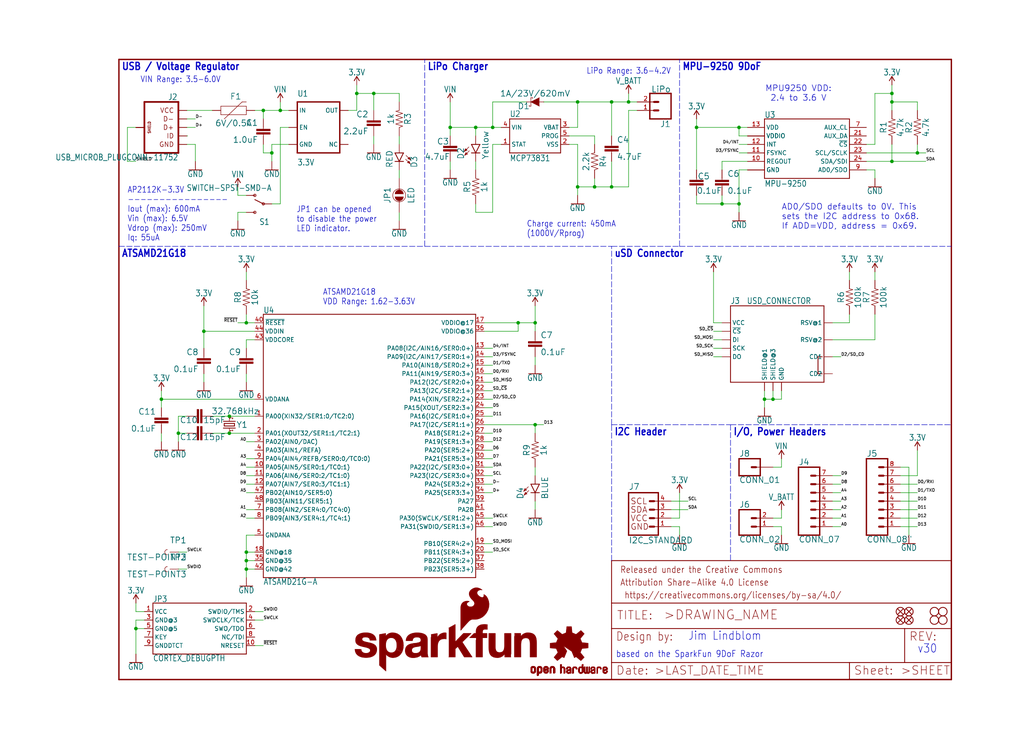
<source format=kicad_sch>
(kicad_sch (version 20211123) (generator eeschema)
  (paper "User" 306.197 223.926)
  (lib_symbols
    (symbol "eagleSchem-eagle-import:0.1UF-0603-100V-10%"
      (property "Reference" "C" (at 1.524 2.921 0))
      (property "Value" "0.1UF-0603-100V-10%" (at 1.524 -2.159 0))
      (symbol "0.1UF-0603-100V-10%_1_0"
        (pin passive line (at 0 5.08 270) (length 2.54) (name "1") (number "1"))
        (pin passive line (at 0 -2.54 90) (length 2.54) (name "2") (number "2"))
      )
    )
    (symbol "eagleSchem-eagle-import:0.1UF-0603-25V-(+80{slash}-20%)"
      (property "Reference" "C" (at 1.524 2.921 0))
      (property "Value" "0.1UF-0603-25V-(+80{slash}-20%)" (at 1.524 -2.159 0))
      (symbol "0.1UF-0603-25V-(+80{slash}-20%)_1_0"
        (pin passive line (at 0 5.08 270) (length 2.54) (name "1") (number "1"))
        (pin passive line (at 0 -2.54 90) (length 2.54) (name "2") (number "2"))
      )
    )
    (symbol "eagleSchem-eagle-import:1.0UF-0603-16V-10%"
      (property "Reference" "C" (at 1.524 2.921 0))
      (property "Value" "1.0UF-0603-16V-10%" (at 1.524 -2.159 0))
      (symbol "1.0UF-0603-16V-10%_1_0"
        (pin passive line (at 0 5.08 270) (length 2.54) (name "1") (number "1"))
        (pin passive line (at 0 -2.54 90) (length 2.54) (name "2") (number "2"))
      )
    )
    (symbol "eagleSchem-eagle-import:100KOHM-0603-1{slash}10W-1%"
      (property "Reference" "R" (at 0 1.524 0))
      (property "Value" "100KOHM-0603-1{slash}10W-1%" (at 0 -1.524 0))
      (symbol "100KOHM-0603-1{slash}10W-1%_1_0"
        (pin passive line (at -5.08 0 0) (length 2.54) (name "1") (number "1"))
        (pin passive line (at 5.08 0 180) (length 2.54) (name "2") (number "2"))
      )
    )
    (symbol "eagleSchem-eagle-import:10KOHM-0603-1{slash}10W-1%"
      (property "Reference" "R" (at 0 1.524 0))
      (property "Value" "10KOHM-0603-1{slash}10W-1%" (at 0 -1.524 0))
      (symbol "10KOHM-0603-1{slash}10W-1%_1_0"
        (pin passive line (at -5.08 0 0) (length 2.54) (name "1") (number "1"))
        (pin passive line (at 5.08 0 180) (length 2.54) (name "2") (number "2"))
      )
    )
    (symbol "eagleSchem-eagle-import:15PF-0603-50V-5%"
      (property "Reference" "C" (at 1.524 2.921 0))
      (property "Value" "15PF-0603-50V-5%" (at 1.524 -2.159 0))
      (symbol "15PF-0603-50V-5%_1_0"
        (pin passive line (at 0 5.08 270) (length 2.54) (name "1") (number "1"))
        (pin passive line (at 0 -2.54 90) (length 2.54) (name "2") (number "2"))
      )
    )
    (symbol "eagleSchem-eagle-import:1KOHM-0603-1{slash}10W-1%"
      (property "Reference" "R" (at 0 1.524 0))
      (property "Value" "1KOHM-0603-1{slash}10W-1%" (at 0 -1.524 0))
      (symbol "1KOHM-0603-1{slash}10W-1%_1_0"
        (pin passive line (at -5.08 0 0) (length 2.54) (name "1") (number "1"))
        (pin passive line (at 5.08 0 180) (length 2.54) (name "2") (number "2"))
      )
    )
    (symbol "eagleSchem-eagle-import:2.2KOHM-0603-1{slash}10W-1%"
      (property "Reference" "R" (at 0 1.524 0))
      (property "Value" "2.2KOHM-0603-1{slash}10W-1%" (at 0 -1.524 0))
      (symbol "2.2KOHM-0603-1{slash}10W-1%_1_0"
        (pin passive line (at -5.08 0 0) (length 2.54) (name "1") (number "1"))
        (pin passive line (at 5.08 0 180) (length 2.54) (name "2") (number "2"))
      )
    )
    (symbol "eagleSchem-eagle-import:2.2UF-0603-10V-20%"
      (property "Reference" "C" (at 1.524 2.921 0))
      (property "Value" "2.2UF-0603-10V-20%" (at 1.524 -2.159 0))
      (symbol "2.2UF-0603-10V-20%_1_0"
        (pin passive line (at 0 5.08 270) (length 2.54) (name "1") (number "1"))
        (pin passive line (at 0 -2.54 90) (length 2.54) (name "2") (number "2"))
      )
    )
    (symbol "eagleSchem-eagle-import:3.3V" (power)
      (property "Value" "3.3V" (at 0 2.794 0))
      (symbol "3.3V_1_0"
        (pin power_in line (at 0 0 90) (length 2.54) (name "3.3V") (number "1"))
      )
    )
    (symbol "eagleSchem-eagle-import:4.7KOHM-0603-1{slash}10W-1%"
      (property "Reference" "R" (at 0 1.524 0))
      (property "Value" "4.7KOHM-0603-1{slash}10W-1%" (at 0 -1.524 0))
      (symbol "4.7KOHM-0603-1{slash}10W-1%_1_0"
        (pin passive line (at -5.08 0 0) (length 2.54) (name "1") (number "1"))
        (pin passive line (at 5.08 0 180) (length 2.54) (name "2") (number "2"))
      )
    )
    (symbol "eagleSchem-eagle-import:4.7UF0603"
      (property "Reference" "C" (at 1.524 2.921 0))
      (property "Value" "4.7UF0603" (at 1.524 -2.159 0))
      (symbol "4.7UF0603_1_0"
        (pin passive line (at 0 5.08 270) (length 2.54) (name "1") (number "1"))
        (pin passive line (at 0 -2.54 90) (length 2.54) (name "2") (number "2"))
      )
    )
    (symbol "eagleSchem-eagle-import:ATSAMD21G-A"
      (property "Reference" "U" (at -30.48 45.974 0))
      (property "Value" "ATSAMD21G-A" (at -30.48 -33.274 0))
      (symbol "ATSAMD21G-A_1_0"
        (pin bidirectional line (at -33.02 15.24 0) (length 2.54) (name "PA00(XIN32/SER1:0/TC2:0)") (number "1"))
        (pin bidirectional line (at -33.02 0 0) (length 2.54) (name "PA05(AIN5/SER0:1/TC0:1)") (number "10"))
        (pin bidirectional line (at -33.02 -2.54 0) (length 2.54) (name "PA06(AIN6/SER0:2/TC1:0)") (number "11"))
        (pin bidirectional line (at -33.02 -5.08 0) (length 2.54) (name "PA07(AIN7/SER0:3/TC1:1)") (number "12"))
        (pin bidirectional line (at 35.56 35.56 180) (length 2.54) (name "PA08(I2C/AIN16/SER0:0+)") (number "13"))
        (pin bidirectional line (at 35.56 33.02 180) (length 2.54) (name "PA09(I2C/AIN17/SER0:1+)") (number "14"))
        (pin bidirectional line (at 35.56 30.48 180) (length 2.54) (name "PA10(AIN18/SER0:2+)") (number "15"))
        (pin bidirectional line (at 35.56 27.94 180) (length 2.54) (name "PA11(AIN19/SER0:3+)") (number "16"))
        (pin bidirectional line (at 35.56 43.18 180) (length 2.54) (name "VDDIO@17") (number "17"))
        (pin bidirectional line (at -33.02 -25.4 0) (length 2.54) (name "GND@18") (number "18"))
        (pin bidirectional line (at 35.56 -22.86 180) (length 2.54) (name "PB10(SER4:2+)") (number "19"))
        (pin bidirectional line (at -33.02 10.16 0) (length 2.54) (name "PA01(XOUT32/SER1:1/TC2:1)") (number "2"))
        (pin bidirectional line (at 35.56 -25.4 180) (length 2.54) (name "PB11(SER4:3+)") (number "20"))
        (pin bidirectional line (at 35.56 25.4 180) (length 2.54) (name "PA12(I2C/SER2:0+)") (number "21"))
        (pin bidirectional line (at 35.56 22.86 180) (length 2.54) (name "PA13(I2C/SER2:1+)") (number "22"))
        (pin bidirectional line (at 35.56 20.32 180) (length 2.54) (name "PA14(XIN/SER2:2+)") (number "23"))
        (pin bidirectional line (at 35.56 17.78 180) (length 2.54) (name "PA15(XOUT/SER2:3+)") (number "24"))
        (pin bidirectional line (at 35.56 15.24 180) (length 2.54) (name "PA16(I2C/SER1:0+)") (number "25"))
        (pin bidirectional line (at 35.56 12.7 180) (length 2.54) (name "PA17(I2C/SER1:1+)") (number "26"))
        (pin bidirectional line (at 35.56 10.16 180) (length 2.54) (name "PA18(SER1:2+)") (number "27"))
        (pin bidirectional line (at 35.56 7.62 180) (length 2.54) (name "PA19(SER1:3+)") (number "28"))
        (pin bidirectional line (at 35.56 5.08 180) (length 2.54) (name "PA20(SER5:2+)") (number "29"))
        (pin bidirectional line (at -33.02 7.62 0) (length 2.54) (name "PA02(AIN0/DAC)") (number "3"))
        (pin bidirectional line (at 35.56 2.54 180) (length 2.54) (name "PA21(SER5:3+)") (number "30"))
        (pin bidirectional line (at 35.56 0 180) (length 2.54) (name "PA22(I2C/SER3:0+)") (number "31"))
        (pin bidirectional line (at 35.56 -2.54 180) (length 2.54) (name "PA23(I2C/SER3:0+)") (number "32"))
        (pin bidirectional line (at 35.56 -5.08 180) (length 2.54) (name "PA24(SER3:2+)") (number "33"))
        (pin bidirectional line (at 35.56 -7.62 180) (length 2.54) (name "PA25(SER3:3+)") (number "34"))
        (pin bidirectional line (at -33.02 -27.94 0) (length 2.54) (name "GND@35") (number "35"))
        (pin bidirectional line (at 35.56 40.64 180) (length 2.54) (name "VDDIO@36") (number "36"))
        (pin bidirectional line (at 35.56 -27.94 180) (length 2.54) (name "PB22(SER5:2+)") (number "37"))
        (pin bidirectional line (at 35.56 -30.48 180) (length 2.54) (name "PB23(SER5:3+)") (number "38"))
        (pin bidirectional line (at 35.56 -10.16 180) (length 2.54) (name "PA27") (number "39"))
        (pin bidirectional line (at -33.02 5.08 0) (length 2.54) (name "PA03(AIN1/REFA)") (number "4"))
        (pin bidirectional line (at -33.02 43.18 0) (length 2.54) (name "~{RESET}") (number "40"))
        (pin bidirectional line (at 35.56 -12.7 180) (length 2.54) (name "PA28") (number "41"))
        (pin bidirectional line (at -33.02 -30.48 0) (length 2.54) (name "GND@42") (number "42"))
        (pin bidirectional line (at -33.02 38.1 0) (length 2.54) (name "VDDCORE") (number "43"))
        (pin bidirectional line (at -33.02 40.64 0) (length 2.54) (name "VDDIN") (number "44"))
        (pin bidirectional line (at 35.56 -15.24 180) (length 2.54) (name "PA30(SWCLK/SER1:2+)") (number "45"))
        (pin bidirectional line (at 35.56 -17.78 180) (length 2.54) (name "PA31(SWDIO/SER1:3+)") (number "46"))
        (pin bidirectional line (at -33.02 -7.62 0) (length 2.54) (name "PB02(AIN10/SER5:0)") (number "47"))
        (pin bidirectional line (at -33.02 -10.16 0) (length 2.54) (name "PB03(AIN11/SER5:1)") (number "48"))
        (pin bidirectional line (at -33.02 -20.32 0) (length 2.54) (name "GNDANA") (number "5"))
        (pin bidirectional line (at -33.02 20.32 0) (length 2.54) (name "VDDANA") (number "6"))
        (pin bidirectional line (at -33.02 -12.7 0) (length 2.54) (name "PB08(AIN2/SER4:0/TC4:0)") (number "7"))
        (pin bidirectional line (at -33.02 -15.24 0) (length 2.54) (name "PB09(AIN3/SER4:1/TC4:1)") (number "8"))
        (pin bidirectional line (at -33.02 2.54 0) (length 2.54) (name "PA04(AIN4/REFB/SER0:0/TC0:0)") (number "9"))
      )
    )
    (symbol "eagleSchem-eagle-import:CONN_01"
      (property "Reference" "J" (at -2.54 3.048 0))
      (property "Value" "CONN_01" (at -2.54 -4.826 0))
      (symbol "CONN_01_1_0"
        (pin passive line (at 7.62 0 180) (length 5.08) (name "1") (number "1"))
      )
    )
    (symbol "eagleSchem-eagle-import:CONN_02"
      (property "Reference" "J" (at -2.54 5.588 0))
      (property "Value" "CONN_02" (at -2.54 -4.826 0))
      (symbol "CONN_02_1_0"
        (pin passive line (at 7.62 0 180) (length 5.08) (name "1") (number "1"))
        (pin passive line (at 7.62 2.54 180) (length 5.08) (name "2") (number "2"))
      )
    )
    (symbol "eagleSchem-eagle-import:CONN_02-JST-2MM-SMT"
      (property "Reference" "J" (at -2.54 5.588 0))
      (property "Value" "CONN_02-JST-2MM-SMT" (at -2.54 -4.826 0))
      (symbol "CONN_02-JST-2MM-SMT_1_0"
        (pin passive line (at 7.62 2.54 180) (length 5.08) (name "2") (number "1"))
        (pin passive line (at 7.62 0 180) (length 5.08) (name "1") (number "2"))
      )
    )
    (symbol "eagleSchem-eagle-import:CONN_07"
      (property "Reference" "J" (at -5.08 13.208 0))
      (property "Value" "CONN_07" (at -5.08 -9.906 0))
      (symbol "CONN_07_1_0"
        (pin passive line (at 5.08 -5.08 180) (length 5.08) (name "1") (number "1"))
        (pin passive line (at 5.08 -2.54 180) (length 5.08) (name "2") (number "2"))
        (pin passive line (at 5.08 0 180) (length 5.08) (name "3") (number "3"))
        (pin passive line (at 5.08 2.54 180) (length 5.08) (name "4") (number "4"))
        (pin passive line (at 5.08 5.08 180) (length 5.08) (name "5") (number "5"))
        (pin passive line (at 5.08 7.62 180) (length 5.08) (name "6") (number "6"))
        (pin passive line (at 5.08 10.16 180) (length 5.08) (name "7") (number "7"))
      )
    )
    (symbol "eagleSchem-eagle-import:CONN_08{dblquote}"
      (property "Reference" "J" (at -5.08 13.208 0))
      (property "Value" "CONN_08{dblquote}" (at -5.08 -12.446 0))
      (symbol "CONN_08{dblquote}_1_0"
        (pin passive line (at 5.08 -7.62 180) (length 5.08) (name "1") (number "1"))
        (pin passive line (at 5.08 -5.08 180) (length 5.08) (name "2") (number "2"))
        (pin passive line (at 5.08 -2.54 180) (length 5.08) (name "3") (number "3"))
        (pin passive line (at 5.08 0 180) (length 5.08) (name "4") (number "4"))
        (pin passive line (at 5.08 2.54 180) (length 5.08) (name "5") (number "5"))
        (pin passive line (at 5.08 5.08 180) (length 5.08) (name "6") (number "6"))
        (pin passive line (at 5.08 7.62 180) (length 5.08) (name "7") (number "7"))
        (pin passive line (at 5.08 10.16 180) (length 5.08) (name "8") (number "8"))
      )
    )
    (symbol "eagleSchem-eagle-import:CORTEX_DEBUGPTH"
      (property "Reference" "JP" (at -12.7 7.874 0))
      (property "Value" "CORTEX_DEBUGPTH" (at -12.7 -7.874 0))
      (symbol "CORTEX_DEBUGPTH_1_0"
        (pin bidirectional line (at -15.24 5.08 0) (length 2.54) (name "VCC") (number "1"))
        (pin bidirectional line (at 17.78 -5.08 180) (length 2.54) (name "NRESET") (number "10"))
        (pin bidirectional line (at 17.78 5.08 180) (length 2.54) (name "SWDIO/TMS") (number "2"))
        (pin bidirectional line (at -15.24 2.54 0) (length 2.54) (name "GND@3") (number "3"))
        (pin bidirectional line (at 17.78 2.54 180) (length 2.54) (name "SWDCLK/TCK") (number "4"))
        (pin bidirectional line (at -15.24 0 0) (length 2.54) (name "GND@5") (number "5"))
        (pin bidirectional line (at 17.78 0 180) (length 2.54) (name "SWO/TDO") (number "6"))
        (pin bidirectional line (at -15.24 -2.54 0) (length 2.54) (name "KEY") (number "7"))
        (pin bidirectional line (at 17.78 -2.54 180) (length 2.54) (name "NC/TDI") (number "8"))
        (pin bidirectional line (at -15.24 -5.08 0) (length 2.54) (name "GNDDTCT") (number "9"))
      )
    )
    (symbol "eagleSchem-eagle-import:CRYSTAL-32.768KHZSMD-3.2X1.5"
      (property "Reference" "Y" (at 0 2.032 0))
      (property "Value" "CRYSTAL-32.768KHZSMD-3.2X1.5" (at 0 -2.032 0))
      (symbol "CRYSTAL-32.768KHZSMD-3.2X1.5_1_0"
        (text "1" (at -2.159 -1.143 0) (effects (font (size 0.8636 0.734)) (justify left bottom)))
        (text "2" (at 1.524 -1.143 0) (effects (font (size 0.8636 0.734)) (justify left bottom)))
        (pin passive line (at -2.54 0 0) (length 0) (name "1") (number "P$1"))
        (pin passive line (at 2.54 0 180) (length 0) (name "2") (number "P$2"))
      )
    )
    (symbol "eagleSchem-eagle-import:DIODE-SCHOTTKY-BAT20J"
      (property "Reference" "D" (at 2.54 0.4826 0))
      (property "Value" "DIODE-SCHOTTKY-BAT20J" (at 2.54 -0.4826 0))
      (symbol "DIODE-SCHOTTKY-BAT20J_1_0"
        (pin passive line (at -2.54 0 0) (length 0) (name "A") (number "A"))
        (pin passive line (at 2.54 0 180) (length 0) (name "C") (number "C"))
      )
    )
    (symbol "eagleSchem-eagle-import:FIDUCIAL1X2")
    (symbol "eagleSchem-eagle-import:FRAME-LETTER"
      (symbol "FRAME-LETTER_2_0"
        (text " https://creativecommons.org/licenses/by-sa/4.0/" (at 2.54 24.13 0) (effects (font (size 1.9304 1.6408)) (justify left bottom)))
        (text ">DRAWING_NAME" (at 15.494 17.78 0) (effects (font (size 2.7432 2.7432)) (justify left bottom)))
        (text ">LAST_DATE_TIME" (at 12.7 1.27 0) (effects (font (size 2.54 2.54)) (justify left bottom)))
        (text ">SHEET" (at 86.36 1.27 0) (effects (font (size 2.54 2.54)) (justify left bottom)))
        (text "Attribution Share-Alike 4.0 License" (at 2.54 27.94 0) (effects (font (size 1.9304 1.6408)) (justify left bottom)))
        (text "Date:" (at 1.27 1.27 0) (effects (font (size 2.54 2.54)) (justify left bottom)))
        (text "Design by:" (at 1.27 11.43 0) (effects (font (size 2.54 2.159)) (justify left bottom)))
        (text "Released under the Creative Commons" (at 2.54 31.75 0) (effects (font (size 1.9304 1.6408)) (justify left bottom)))
        (text "REV:" (at 88.9 11.43 0) (effects (font (size 2.54 2.54)) (justify left bottom)))
        (text "Sheet:" (at 72.39 1.27 0) (effects (font (size 2.54 2.54)) (justify left bottom)))
        (text "TITLE:" (at 1.524 17.78 0) (effects (font (size 2.54 2.54)) (justify left bottom)))
      )
    )
    (symbol "eagleSchem-eagle-import:GND" (power)
      (property "Value" "GND" (at 0 -0.254 0))
      (symbol "GND_1_0"
        (pin power_in line (at 0 2.54 270) (length 2.54) (name "GND") (number "1"))
      )
    )
    (symbol "eagleSchem-eagle-import:I2C_STANDARD"
      (property "Reference" "J" (at -2.54 13.462 0))
      (property "Value" "I2C_STANDARD" (at -2.54 -2.54 0))
      (symbol "I2C_STANDARD_1_0"
        (text "GND" (at -2.032 2.54 0) (effects (font (size 1.778 1.778)) (justify left)))
        (text "SCL" (at -2.032 10.16 0) (effects (font (size 1.778 1.778)) (justify left)))
        (text "SDA" (at -2.032 7.62 0) (effects (font (size 1.778 1.778)) (justify left)))
        (text "VCC" (at -2.032 5.08 0) (effects (font (size 1.778 1.778)) (justify left)))
        (pin passive line (at 10.16 2.54 180) (length 5.08) (name "1") (number "1"))
        (pin passive line (at 10.16 5.08 180) (length 5.08) (name "2") (number "2"))
        (pin passive line (at 10.16 7.62 180) (length 5.08) (name "3") (number "3"))
        (pin passive line (at 10.16 10.16 180) (length 5.08) (name "4") (number "4"))
      )
    )
    (symbol "eagleSchem-eagle-import:JUMPER-SMT_2_NC_PASTE_NO-SILK"
      (property "Reference" "JP" (at -2.54 2.54 0))
      (property "Value" "JUMPER-SMT_2_NC_PASTE_NO-SILK" (at -2.54 -2.54 0))
      (symbol "JUMPER-SMT_2_NC_PASTE_NO-SILK_1_0"
        (pin passive line (at -5.08 0 0) (length 2.54) (name "1") (number "1"))
        (pin passive line (at 5.08 0 180) (length 2.54) (name "2") (number "2"))
      )
    )
    (symbol "eagleSchem-eagle-import:LED-BLUE0603"
      (property "Reference" "D" (at -3.429 -4.572 90))
      (property "Value" "LED-BLUE0603" (at 1.905 -4.572 90))
      (symbol "LED-BLUE0603_1_0"
        (pin passive line (at 0 2.54 270) (length 2.54) (name "A") (number "A"))
        (pin passive line (at 0 -5.08 90) (length 2.54) (name "C") (number "C"))
      )
    )
    (symbol "eagleSchem-eagle-import:LED-RED0603"
      (property "Reference" "D" (at -3.429 -4.572 90))
      (property "Value" "LED-RED0603" (at 1.905 -4.572 90))
      (symbol "LED-RED0603_1_0"
        (pin passive line (at 0 2.54 270) (length 2.54) (name "A") (number "A"))
        (pin passive line (at 0 -5.08 90) (length 2.54) (name "C") (number "C"))
      )
    )
    (symbol "eagleSchem-eagle-import:LED-YELLOW0603"
      (property "Reference" "D" (at -3.429 -4.572 90))
      (property "Value" "LED-YELLOW0603" (at 1.905 -4.572 90))
      (symbol "LED-YELLOW0603_1_0"
        (pin passive line (at 0 2.54 270) (length 2.54) (name "A") (number "A"))
        (pin passive line (at 0 -5.08 90) (length 2.54) (name "C") (number "C"))
      )
    )
    (symbol "eagleSchem-eagle-import:MCP73831"
      (property "Reference" "U" (at -7.62 5.588 0))
      (property "Value" "MCP73831" (at -7.62 -7.62 0))
      (symbol "MCP73831_1_0"
        (pin output line (at -10.16 -2.54 0) (length 2.54) (name "STAT") (number "1"))
        (pin power_in line (at 10.16 -2.54 180) (length 2.54) (name "VSS") (number "2"))
        (pin power_in line (at 10.16 2.54 180) (length 2.54) (name "VBAT") (number "3"))
        (pin power_in line (at -10.16 2.54 0) (length 2.54) (name "VIN") (number "4"))
        (pin input line (at 10.16 0 180) (length 2.54) (name "PROG") (number "5"))
      )
    )
    (symbol "eagleSchem-eagle-import:MPU-9250"
      (property "Reference" "U" (at -12.7 10.414 0))
      (property "Value" "MPU-9250" (at -12.7 -10.16 0))
      (symbol "MPU-9250_1_0"
        (pin bidirectional line (at -17.78 5.08 0) (length 5.08) (name "VDDIO") (number "1"))
        (pin bidirectional line (at -17.78 -2.54 0) (length 5.08) (name "REGOUT") (number "10"))
        (pin bidirectional line (at -17.78 0 0) (length 5.08) (name "FSYNC") (number "11"))
        (pin bidirectional line (at -17.78 2.54 0) (length 5.08) (name "INT") (number "12"))
        (pin bidirectional line (at -17.78 7.62 0) (length 5.08) (name "VDD") (number "13"))
        (pin bidirectional line (at -17.78 -5.08 0) (length 5.08) (name "GND") (number "18"))
        (pin bidirectional line (at -17.78 -5.08 0) (length 5.08) (name "GND") (number "20"))
        (pin bidirectional line (at 17.78 5.08 180) (length 5.08) (name "AUX_DA") (number "21"))
        (pin bidirectional line (at 17.78 2.54 180) (length 5.08) (name "~{CS}") (number "22"))
        (pin bidirectional line (at 17.78 0 180) (length 5.08) (name "SCL/SCLK") (number "23"))
        (pin bidirectional line (at 17.78 -2.54 180) (length 5.08) (name "SDA/SDI") (number "24"))
        (pin bidirectional line (at 17.78 7.62 180) (length 5.08) (name "AUX_CL") (number "7"))
        (pin bidirectional line (at -17.78 5.08 0) (length 5.08) (name "VDDIO") (number "8"))
        (pin bidirectional line (at 17.78 -5.08 180) (length 5.08) (name "AD0/SDO") (number "9"))
      )
    )
    (symbol "eagleSchem-eagle-import:OSHW-LOGOS")
    (symbol "eagleSchem-eagle-import:PPTC_HALF-AMP"
      (property "Reference" "F" (at 1.905 3.175 0))
      (property "Value" "PPTC_HALF-AMP" (at 1.27 -2.794 0))
      (symbol "PPTC_HALF-AMP_1_0"
        (pin bidirectional line (at -5.08 0 0) (length 2.54) (name "1") (number "1"))
        (pin bidirectional line (at 7.62 0 180) (length 2.54) (name "2") (number "2"))
      )
    )
    (symbol "eagleSchem-eagle-import:SFE_LOGO_FLAME.1_INCH")
    (symbol "eagleSchem-eagle-import:SFE_LOGO_NAME.1_INCH")
    (symbol "eagleSchem-eagle-import:STAND-OFF")
    (symbol "eagleSchem-eagle-import:SWITCH-SPDT-SMD-A"
      (property "Reference" "S" (at -1.905 -6.35 0))
      (property "Value" "SWITCH-SPDT-SMD-A" (at -2.54 3.81 0))
      (symbol "SWITCH-SPDT-SMD-A_1_0"
        (pin passive line (at 5.08 2.54 180) (length 2.54) (name "O") (number "1"))
        (pin passive line (at -2.54 0 0) (length 2.54) (name "P") (number "2"))
        (pin passive line (at 5.08 -2.54 180) (length 2.54) (name "S") (number "3"))
      )
    )
    (symbol "eagleSchem-eagle-import:TEST-POINT3"
      (property "Reference" "TP" (at -2.54 2.54 0))
      (property "Value" "TEST-POINT3" (at -2.54 -2.54 0))
      (symbol "TEST-POINT3_1_0"
        (pin bidirectional line (at 0 0 180) (length 0) (name "1") (number "P$1"))
      )
    )
    (symbol "eagleSchem-eagle-import:USB_MICROB_PLUGCONN-11752"
      (property "Reference" "J" (at -4.826 8.128 0))
      (property "Value" "USB_MICROB_PLUGCONN-11752" (at -5.08 -9.906 0))
      (symbol "USB_MICROB_PLUGCONN-11752_1_0"
        (text "D+" (at -3.81 0 0) (effects (font (size 1.4224 1.4224)) (justify left)))
        (text "D-" (at -3.81 2.54 0) (effects (font (size 1.4224 1.4224)) (justify left)))
        (text "GND" (at -3.81 -5.08 0) (effects (font (size 1.4224 1.4224)) (justify left)))
        (text "ID" (at -3.81 -2.54 0) (effects (font (size 1.4224 1.4224)) (justify left)))
        (text "SHIELD" (at 4.064 0 900) (effects (font (size 0.8128 0.6908)) (justify bottom)))
        (text "VCC" (at -3.81 5.08 0) (effects (font (size 1.4224 1.4224)) (justify left)))
        (pin bidirectional line (at -7.62 0 0) (length 2.54) (name "D+") (number "D+"))
        (pin bidirectional line (at -7.62 2.54 0) (length 2.54) (name "D-") (number "D-"))
        (pin bidirectional line (at -7.62 -5.08 0) (length 2.54) (name "GND") (number "GND"))
        (pin bidirectional line (at -7.62 -2.54 0) (length 2.54) (name "ID") (number "ID"))
        (pin bidirectional line (at 7.62 0 180) (length 2.54) (name "SHIELD") (number "SHIELD1"))
        (pin bidirectional line (at 7.62 0 180) (length 2.54) (name "SHIELD") (number "SHIELD2"))
        (pin bidirectional line (at 7.62 0 180) (length 2.54) (name "SHIELD") (number "SHIELD3"))
        (pin bidirectional line (at -7.62 5.08 0) (length 2.54) (name "VCC") (number "VBUS"))
      )
    )
    (symbol "eagleSchem-eagle-import:USD_CONNECTOR"
      (property "Reference" "J" (at -12.7 10.668 0))
      (property "Value" "USD_CONNECTOR" (at -7.874 10.668 0))
      (symbol "USD_CONNECTOR_1_0"
        (pin bidirectional line (at 17.78 -5.08 180) (length 2.54) (name "CD1") (number "CD1"))
        (pin bidirectional line (at 17.78 -10.16 180) (length 2.54) (name "CD2") (number "CD2"))
        (pin bidirectional line (at -15.24 2.54 0) (length 2.54) (name "~{CS}") (number "CS"))
        (pin bidirectional line (at -15.24 0 0) (length 2.54) (name "DI") (number "DI"))
        (pin bidirectional line (at -15.24 -5.08 0) (length 2.54) (name "DO") (number "DO"))
        (pin bidirectional line (at 2.54 -15.24 90) (length 2.54) (name "GND") (number "GND"))
        (pin bidirectional line (at -2.54 -15.24 90) (length 2.54) (name "SHIELD@1") (number "GND1"))
        (pin bidirectional line (at 0 -15.24 90) (length 2.54) (name "SHIELD@3") (number "GND3"))
        (pin bidirectional line (at 17.78 5.08 180) (length 2.54) (name "RSV@1") (number "RSV1"))
        (pin bidirectional line (at 17.78 0 180) (length 2.54) (name "RSV@2") (number "RSV2"))
        (pin bidirectional line (at -15.24 -2.54 0) (length 2.54) (name "SCK") (number "SCLK"))
        (pin bidirectional line (at -15.24 5.08 0) (length 2.54) (name "VCC") (number "VCC"))
      )
    )
    (symbol "eagleSchem-eagle-import:VIN" (power)
      (property "Value" "VIN" (at 0 2.794 0))
      (symbol "VIN_1_0"
        (pin power_in line (at 0 0 90) (length 2.54) (name "VIN") (number "1"))
      )
    )
    (symbol "eagleSchem-eagle-import:V_BATT" (power)
      (property "Value" "V_BATT" (at 0 2.794 0))
      (symbol "V_BATT_1_0"
        (pin power_in line (at 0 0 90) (length 2.54) (name "V_BATT") (number "1"))
      )
    )
    (symbol "eagleSchem-eagle-import:V_REG_AP2112K-3.3V"
      (property "Reference" "U" (at -7.62 9.144 0))
      (property "Value" "V_REG_AP2112K-3.3V" (at -7.62 -11.43 0))
      (symbol "V_REG_AP2112K-3.3V_1_0"
        (pin input line (at -10.16 5.08 0) (length 2.54) (name "IN") (number "1"))
        (pin input line (at -10.16 -5.08 0) (length 2.54) (name "GND") (number "2"))
        (pin input line (at -10.16 0 0) (length 2.54) (name "EN") (number "3"))
        (pin input line (at 7.62 -5.08 180) (length 2.54) (name "NC") (number "4"))
        (pin passive line (at 7.62 5.08 180) (length 2.54) (name "OUT") (number "5"))
      )
    )
  )
  (junction (at 40.64 187.96))
  (junction (at 68.58 129.54))
  (junction (at 73.66 170.18))
  (junction (at 182.88 55.88))
  (junction (at 60.96 99.06))
  (junction (at 48.26 119.38))
  (junction (at 266.7 30.48))
  (junction (at 266.7 48.26))
  (junction (at 215.9 60.96))
  (junction (at 177.8 55.88))
  (junction (at 73.66 167.64))
  (junction (at 274.32 45.72))
  (junction (at 134.62 38.1))
  (junction (at 73.66 165.1))
  (junction (at 73.66 96.52))
  (junction (at 172.72 30.48))
  (junction (at 106.68 27.94))
  (junction (at 147.32 38.1))
  (junction (at 220.98 60.96))
  (junction (at 81.28 45.72))
  (junction (at 187.96 30.48))
  (junction (at 160.02 96.52))
  (junction (at 182.88 30.48))
  (junction (at 160.02 127))
  (junction (at 172.72 55.88))
  (junction (at 53.34 129.54))
  (junction (at 266.7 27.94))
  (junction (at 231.14 119.38))
  (junction (at 78.74 33.02))
  (junction (at 220.98 38.1))
  (junction (at 83.82 33.02))
  (junction (at 142.24 38.1))
  (junction (at 208.28 38.1))
  (junction (at 228.6 119.38))
  (junction (at 111.76 27.94))
  (junction (at 154.94 96.52))
  (junction (at 68.58 124.46))
  (wire (pts (xy 200.66 154.94) (xy 203.2 154.94)))
  (wire (pts (xy 55.88 35.56) (xy 58.42 35.56)))
  (wire (pts (xy 254 81.28) (xy 254 83.82)))
  (wire (pts (xy 271.78 139.7) (xy 269.24 139.7)))
  (wire (pts (xy 73.66 81.28) (xy 73.66 83.82)))
  (wire (pts (xy 254 96.52) (xy 254 93.98)))
  (wire (pts (xy 269.24 147.32) (xy 274.32 147.32)))
  (wire (pts (xy 248.92 144.78) (xy 251.46 144.78)))
  (wire (pts (xy 274.32 30.48) (xy 274.32 33.02)))
  (polyline (pts (xy 182.88 127) (xy 182.88 73.66)))
  (wire (pts (xy 248.92 106.68) (xy 251.46 106.68)))
  (wire (pts (xy 269.24 142.24) (xy 274.32 142.24)))
  (wire (pts (xy 76.2 170.18) (xy 73.66 170.18)))
  (wire (pts (xy 76.2 142.24) (xy 73.66 142.24)))
  (polyline (pts (xy 182.88 73.66) (xy 203.2 73.66)))
  (wire (pts (xy 271.78 139.7) (xy 271.78 160.02)))
  (wire (pts (xy 261.62 43.18) (xy 261.62 27.94)))
  (wire (pts (xy 144.78 124.46) (xy 147.32 124.46)))
  (polyline (pts (xy 203.2 73.66) (xy 203.2 17.78)))
  (wire (pts (xy 182.88 40.64) (xy 182.88 30.48)))
  (wire (pts (xy 38.1 38.1) (xy 38.1 48.26)))
  (wire (pts (xy 228.6 121.92) (xy 228.6 119.38)))
  (wire (pts (xy 177.8 40.64) (xy 170.18 40.64)))
  (wire (pts (xy 76.2 99.06) (xy 60.96 99.06)))
  (wire (pts (xy 76.2 147.32) (xy 73.66 147.32)))
  (wire (pts (xy 144.78 96.52) (xy 154.94 96.52)))
  (wire (pts (xy 76.2 167.64) (xy 73.66 167.64)))
  (wire (pts (xy 76.2 101.6) (xy 73.66 101.6)))
  (wire (pts (xy 160.02 96.52) (xy 160.02 91.44)))
  (wire (pts (xy 274.32 45.72) (xy 274.32 43.18)))
  (wire (pts (xy 208.28 60.96) (xy 208.28 58.42)))
  (wire (pts (xy 68.58 124.46) (xy 63.5 124.46)))
  (wire (pts (xy 190.5 30.48) (xy 187.96 30.48)))
  (wire (pts (xy 233.68 119.38) (xy 233.68 116.84)))
  (wire (pts (xy 220.98 40.64) (xy 220.98 38.1)))
  (wire (pts (xy 55.88 38.1) (xy 58.42 38.1)))
  (wire (pts (xy 60.96 114.3) (xy 60.96 111.76)))
  (wire (pts (xy 76.2 185.42) (xy 78.74 185.42)))
  (wire (pts (xy 76.2 144.78) (xy 73.66 144.78)))
  (wire (pts (xy 144.78 119.38) (xy 147.32 119.38)))
  (wire (pts (xy 55.88 40.64) (xy 56.134 40.64)))
  (wire (pts (xy 63.5 129.54) (xy 68.58 129.54)))
  (wire (pts (xy 144.78 104.14) (xy 147.32 104.14)))
  (wire (pts (xy 48.26 132.08) (xy 48.26 129.54)))
  (wire (pts (xy 259.08 48.26) (xy 266.7 48.26)))
  (polyline (pts (xy 182.88 167.64) (xy 182.88 127)))
  (wire (pts (xy 144.78 132.08) (xy 147.32 132.08)))
  (wire (pts (xy 144.78 139.7) (xy 147.32 139.7)))
  (wire (pts (xy 38.1 48.26) (xy 40.64 48.26)))
  (wire (pts (xy 223.52 40.64) (xy 220.98 40.64)))
  (wire (pts (xy 228.6 119.38) (xy 231.14 119.38)))
  (wire (pts (xy 266.7 27.94) (xy 266.7 30.48)))
  (wire (pts (xy 274.32 142.24) (xy 274.32 134.62)))
  (wire (pts (xy 81.28 60.96) (xy 83.82 60.96)))
  (wire (pts (xy 40.64 182.88) (xy 40.64 180.34)))
  (wire (pts (xy 200.66 152.4) (xy 205.74 152.4)))
  (wire (pts (xy 261.62 27.94) (xy 266.7 27.94)))
  (wire (pts (xy 73.66 167.64) (xy 73.66 170.18)))
  (wire (pts (xy 170.18 43.18) (xy 172.72 43.18)))
  (wire (pts (xy 177.8 43.18) (xy 177.8 40.64)))
  (wire (pts (xy 231.14 119.38) (xy 233.68 119.38)))
  (wire (pts (xy 233.68 139.7) (xy 233.68 137.16)))
  (wire (pts (xy 215.9 58.42) (xy 215.9 60.96)))
  (wire (pts (xy 144.78 165.1) (xy 147.32 165.1)))
  (wire (pts (xy 248.92 152.4) (xy 251.46 152.4)))
  (wire (pts (xy 182.88 48.26) (xy 182.88 55.88)))
  (wire (pts (xy 78.74 33.02) (xy 83.82 33.02)))
  (wire (pts (xy 63.5 33.02) (xy 55.88 33.02)))
  (wire (pts (xy 147.32 38.1) (xy 142.24 38.1)))
  (wire (pts (xy 73.66 96.52) (xy 73.66 93.98)))
  (wire (pts (xy 220.98 50.8) (xy 220.98 60.96)))
  (wire (pts (xy 269.24 152.4) (xy 274.32 152.4)))
  (wire (pts (xy 144.78 106.68) (xy 147.32 106.68)))
  (wire (pts (xy 261.62 101.6) (xy 261.62 93.98)))
  (wire (pts (xy 60.96 99.06) (xy 60.96 91.44)))
  (wire (pts (xy 144.78 111.76) (xy 147.32 111.76)))
  (wire (pts (xy 248.92 101.6) (xy 261.62 101.6)))
  (wire (pts (xy 144.78 127) (xy 160.02 127)))
  (wire (pts (xy 76.2 152.4) (xy 73.66 152.4)))
  (wire (pts (xy 73.66 96.52) (xy 71.12 96.52)))
  (wire (pts (xy 248.92 142.24) (xy 251.46 142.24)))
  (wire (pts (xy 231.14 139.7) (xy 233.68 139.7)))
  (wire (pts (xy 73.66 58.42) (xy 71.12 58.42)))
  (wire (pts (xy 76.2 182.88) (xy 78.74 182.88)))
  (polyline (pts (xy 127 73.66) (xy 182.88 73.66)))
  (wire (pts (xy 220.98 60.96) (xy 220.98 63.5)))
  (wire (pts (xy 248.92 157.48) (xy 251.46 157.48)))
  (wire (pts (xy 83.82 30.48) (xy 83.82 33.02)))
  (wire (pts (xy 144.78 142.24) (xy 147.32 142.24)))
  (wire (pts (xy 215.9 101.6) (xy 213.36 101.6)))
  (wire (pts (xy 266.7 48.26) (xy 266.7 43.18)))
  (wire (pts (xy 73.66 63.5) (xy 71.12 63.5)))
  (wire (pts (xy 76.2 137.16) (xy 73.66 137.16)))
  (wire (pts (xy 73.66 160.02) (xy 73.66 165.1)))
  (wire (pts (xy 215.9 106.68) (xy 213.36 106.68)))
  (wire (pts (xy 134.62 50.8) (xy 134.62 48.26)))
  (wire (pts (xy 48.26 119.38) (xy 48.26 116.84)))
  (wire (pts (xy 223.52 48.26) (xy 215.9 48.26)))
  (wire (pts (xy 248.92 147.32) (xy 251.46 147.32)))
  (polyline (pts (xy 182.88 127) (xy 218.44 127)))
  (wire (pts (xy 40.64 185.42) (xy 40.64 187.96)))
  (wire (pts (xy 58.42 43.18) (xy 58.42 48.26)))
  (wire (pts (xy 134.62 30.48) (xy 134.62 38.1)))
  (wire (pts (xy 187.96 33.02) (xy 187.96 55.88)))
  (wire (pts (xy 160.02 127) (xy 160.02 129.54)))
  (wire (pts (xy 248.92 154.94) (xy 251.46 154.94)))
  (polyline (pts (xy 203.2 73.66) (xy 284.48 73.66)))
  (wire (pts (xy 182.88 30.48) (xy 172.72 30.48)))
  (wire (pts (xy 76.2 165.1) (xy 73.66 165.1)))
  (wire (pts (xy 208.28 38.1) (xy 220.98 38.1)))
  (wire (pts (xy 266.7 48.26) (xy 276.86 48.26)))
  (wire (pts (xy 71.12 63.5) (xy 71.12 66.04)))
  (wire (pts (xy 119.38 27.94) (xy 119.38 30.48)))
  (wire (pts (xy 147.32 30.48) (xy 147.32 38.1)))
  (wire (pts (xy 172.72 30.48) (xy 162.56 30.48)))
  (wire (pts (xy 215.9 60.96) (xy 220.98 60.96)))
  (wire (pts (xy 40.64 187.96) (xy 40.64 195.58)))
  (wire (pts (xy 144.78 157.48) (xy 147.32 157.48)))
  (wire (pts (xy 187.96 55.88) (xy 182.88 55.88)))
  (wire (pts (xy 172.72 38.1) (xy 170.18 38.1)))
  (wire (pts (xy 177.8 53.34) (xy 177.8 55.88)))
  (wire (pts (xy 223.52 45.72) (xy 220.98 45.72)))
  (wire (pts (xy 147.32 43.18) (xy 147.32 63.5)))
  (wire (pts (xy 144.78 99.06) (xy 154.94 99.06)))
  (wire (pts (xy 215.9 104.14) (xy 213.36 104.14)))
  (wire (pts (xy 43.18 187.96) (xy 40.64 187.96)))
  (wire (pts (xy 208.28 35.56) (xy 208.28 38.1)))
  (wire (pts (xy 83.82 33.02) (xy 86.36 33.02)))
  (wire (pts (xy 259.08 50.8) (xy 261.62 50.8)))
  (wire (pts (xy 190.5 33.02) (xy 187.96 33.02)))
  (wire (pts (xy 144.78 162.56) (xy 147.32 162.56)))
  (wire (pts (xy 53.34 124.46) (xy 53.34 129.54)))
  (wire (pts (xy 231.14 157.48) (xy 233.68 157.48)))
  (wire (pts (xy 119.38 40.64) (xy 119.38 43.18)))
  (wire (pts (xy 144.78 154.94) (xy 147.32 154.94)))
  (wire (pts (xy 144.78 116.84) (xy 147.32 116.84)))
  (wire (pts (xy 160.02 109.22) (xy 160.02 106.68)))
  (wire (pts (xy 43.18 185.42) (xy 40.64 185.42)))
  (polyline (pts (xy 127 73.66) (xy 127 17.78)))
  (wire (pts (xy 208.28 38.1) (xy 208.28 50.8)))
  (wire (pts (xy 187.96 27.94) (xy 187.96 30.48)))
  (wire (pts (xy 111.76 43.18) (xy 111.76 40.64)))
  (wire (pts (xy 147.32 63.5) (xy 142.24 63.5)))
  (wire (pts (xy 233.68 154.94) (xy 233.68 152.4)))
  (wire (pts (xy 104.14 33.02) (xy 106.68 33.02)))
  (wire (pts (xy 142.24 40.64) (xy 142.24 38.1)))
  (wire (pts (xy 73.66 101.6) (xy 73.66 104.14)))
  (wire (pts (xy 149.86 43.18) (xy 147.32 43.18)))
  (wire (pts (xy 142.24 63.5) (xy 142.24 60.96)))
  (wire (pts (xy 203.2 157.48) (xy 203.2 160.02)))
  (wire (pts (xy 83.82 38.1) (xy 86.36 38.1)))
  (wire (pts (xy 76.2 154.94) (xy 73.66 154.94)))
  (wire (pts (xy 71.12 58.42) (xy 71.12 55.88)))
  (wire (pts (xy 187.96 30.48) (xy 182.88 30.48)))
  (wire (pts (xy 81.28 45.72) (xy 81.28 48.26)))
  (wire (pts (xy 76.2 193.04) (xy 78.74 193.04)))
  (wire (pts (xy 182.88 55.88) (xy 177.8 55.88)))
  (wire (pts (xy 215.9 99.06) (xy 213.36 99.06)))
  (wire (pts (xy 261.62 81.28) (xy 261.62 83.82)))
  (wire (pts (xy 83.82 60.96) (xy 83.82 38.1)))
  (wire (pts (xy 142.24 48.26) (xy 142.24 50.8)))
  (wire (pts (xy 231.14 119.38) (xy 231.14 116.84)))
  (wire (pts (xy 203.2 154.94) (xy 203.2 147.32)))
  (wire (pts (xy 55.88 129.54) (xy 53.34 129.54)))
  (wire (pts (xy 200.66 149.86) (xy 205.74 149.86)))
  (wire (pts (xy 233.68 157.48) (xy 233.68 160.02)))
  (wire (pts (xy 248.92 149.86) (xy 251.46 149.86)))
  (wire (pts (xy 269.24 149.86) (xy 274.32 149.86)))
  (wire (pts (xy 160.02 139.7) (xy 160.02 142.24)))
  (polyline (pts (xy 218.44 127) (xy 218.44 167.64)))
  (wire (pts (xy 43.18 182.88) (xy 40.64 182.88)))
  (wire (pts (xy 154.94 96.52) (xy 160.02 96.52)))
  (wire (pts (xy 144.78 114.3) (xy 147.32 114.3)))
  (wire (pts (xy 81.28 43.18) (xy 81.28 45.72)))
  (wire (pts (xy 223.52 50.8) (xy 220.98 50.8)))
  (wire (pts (xy 215.9 60.96) (xy 208.28 60.96)))
  (wire (pts (xy 269.24 154.94) (xy 274.32 154.94)))
  (wire (pts (xy 144.78 121.92) (xy 147.32 121.92)))
  (wire (pts (xy 76.2 139.7) (xy 73.66 139.7)))
  (wire (pts (xy 53.34 170.18) (xy 55.88 170.18)))
  (wire (pts (xy 76.2 160.02) (xy 73.66 160.02)))
  (wire (pts (xy 73.66 170.18) (xy 73.66 172.72)))
  (wire (pts (xy 86.36 43.18) (xy 81.28 43.18)))
  (wire (pts (xy 78.74 45.72) (xy 81.28 45.72)))
  (wire (pts (xy 172.72 55.88) (xy 172.72 58.42)))
  (wire (pts (xy 119.38 63.5) (xy 119.38 66.04)))
  (wire (pts (xy 68.58 129.54) (xy 76.2 129.54)))
  (wire (pts (xy 60.96 99.06) (xy 60.96 104.14)))
  (wire (pts (xy 266.7 30.48) (xy 274.32 30.48)))
  (wire (pts (xy 142.24 38.1) (xy 134.62 38.1)))
  (wire (pts (xy 76.2 33.02) (xy 78.74 33.02)))
  (wire (pts (xy 78.74 35.56) (xy 78.74 33.02)))
  (wire (pts (xy 228.6 119.38) (xy 228.6 116.84)))
  (wire (pts (xy 274.32 45.72) (xy 276.86 45.72)))
  (wire (pts (xy 223.52 43.18) (xy 220.98 43.18)))
  (wire (pts (xy 55.88 124.46) (xy 53.34 124.46)))
  (wire (pts (xy 119.38 50.8) (xy 119.38 53.34)))
  (wire (pts (xy 231.14 154.94) (xy 233.68 154.94)))
  (wire (pts (xy 172.72 43.18) (xy 172.72 55.88)))
  (wire (pts (xy 73.66 165.1) (xy 73.66 167.64)))
  (wire (pts (xy 76.2 124.46) (xy 68.58 124.46)))
  (wire (pts (xy 266.7 33.02) (xy 266.7 30.48)))
  (wire (pts (xy 53.34 129.54) (xy 53.34 132.08)))
  (wire (pts (xy 73.66 111.76) (xy 73.66 114.3)))
  (wire (pts (xy 144.78 129.54) (xy 147.32 129.54)))
  (wire (pts (xy 220.98 38.1) (xy 223.52 38.1)))
  (wire (pts (xy 160.02 152.4) (xy 160.02 149.86)))
  (wire (pts (xy 248.92 96.52) (xy 254 96.52)))
  (wire (pts (xy 78.74 43.18) (xy 78.74 45.72)))
  (polyline (pts (xy 35.56 73.66) (xy 127 73.66)))
  (wire (pts (xy 177.8 55.88) (xy 172.72 55.88)))
  (wire (pts (xy 172.72 30.48) (xy 172.72 38.1)))
  (wire (pts (xy 144.78 147.32) (xy 147.32 147.32)))
  (wire (pts (xy 259.08 45.72) (xy 274.32 45.72)))
  (wire (pts (xy 261.62 50.8) (xy 261.62 53.34)))
  (wire (pts (xy 160.02 96.52) (xy 160.02 99.06)))
  (wire (pts (xy 147.32 38.1) (xy 149.86 38.1)))
  (wire (pts (xy 111.76 27.94) (xy 111.76 33.02)))
  (wire (pts (xy 106.68 27.94) (xy 111.76 27.94)))
  (wire (pts (xy 269.24 157.48) (xy 274.32 157.48)))
  (wire (pts (xy 144.78 134.62) (xy 147.32 134.62)))
  (wire (pts (xy 76.2 132.08) (xy 73.66 132.08)))
  (wire (pts (xy 200.66 157.48) (xy 203.2 157.48)))
  (wire (pts (xy 154.94 99.06) (xy 154.94 96.52)))
  (wire (pts (xy 48.26 121.92) (xy 48.26 119.38)))
  (wire (pts (xy 266.7 27.94) (xy 266.7 25.4)))
  (wire (pts (xy 215.9 96.52) (xy 213.36 96.52)))
  (wire (pts (xy 157.48 30.48) (xy 147.32 30.48)))
  (wire (pts (xy 269.24 144.78) (xy 274.32 144.78)))
  (wire (pts (xy 76.2 96.52) (xy 73.66 96.52)))
  (wire (pts (xy 144.78 137.16) (xy 147.32 137.16)))
  (wire (pts (xy 40.64 38.1) (xy 38.1 38.1)))
  (wire (pts (xy 213.36 96.52) (xy 213.36 81.28)))
  (wire (pts (xy 144.78 144.78) (xy 147.32 144.78)))
  (polyline (pts (xy 218.44 127) (xy 284.48 127)))
  (wire (pts (xy 215.9 48.26) (xy 215.9 50.8)))
  (wire (pts (xy 106.68 33.02) (xy 106.68 27.94)))
  (wire (pts (xy 160.02 127) (xy 162.56 127)))
  (wire (pts (xy 134.62 38.1) (xy 134.62 40.64)))
  (wire (pts (xy 106.68 27.94) (xy 106.68 25.4)))
  (wire (pts (xy 259.08 43.18) (xy 261.62 43.18)))
  (wire (pts (xy 111.76 27.94) (xy 119.38 27.94)))
  (wire (pts (xy 53.34 165.1) (xy 55.88 165.1)))
  (wire (pts (xy 76.2 119.38) (xy 48.26 119.38)))
  (wire (pts (xy 55.88 43.18) (xy 58.42 43.18)))
  (wire (pts (xy 144.78 109.22) (xy 147.32 109.22)))
  (text "Charge current: 450mA\n(1000V/Rprog)" (at 157.48 66.04 180) (effects (font (size 1.778 1.5113)) (justify left top)))
  (text "based on the SparkFun 9DoF Razor" (at 184.15 196.85 180) (effects (font (size 1.905 1.6192)) (justify left bottom)))
  (text "MPU-9250 9DoF" (at 203.962 18.796 180) (effects (font (size 2.159 1.8351) (thickness 0.367) bold) (justify left top)))
  (text "ATSAMD21G18" (at 36.322 74.676 180) (effects (font (size 2.159 1.8351) (thickness 0.367) bold) (justify left top)))
  (text "I/O, Power Headers" (at 219.202 128.016 180) (effects (font (size 2.159 1.8351) (thickness 0.367) bold) (justify left top)))
  (text "I2C Header" (at 183.642 128.016 180) (effects (font (size 2.159 1.8351) (thickness 0.367) bold) (justify left top)))
  (text "LiPo Charger" (at 127.762 18.796 180) (effects (font (size 2.159 1.8351) (thickness 0.367) bold) (justify left top)))
  (text "AP2112K-3.3V\n----------------\nIout (max): 600mA\nVin (max): 6.5V\nVdrop (max): 250mV\nIq: 55uA" (at 38.1 55.88 0) (effects (font (size 1.778 1.5113)) (justify left top)))
  (text "AD0/SDO defaults to 0V. This\nsets the I2C address to 0x68.\nIf ADD=VDD, address = 0x69." (at 233.68 60.96 0) (effects (font (size 1.778 1.778)) (justify left top)))
  (text "JP1 can be opened\nto disable the power\nLED indicator." (at 88.646 61.722 0) (effects (font (size 1.778 1.5113)) (justify left top)))
  (text "USB / Voltage Regulator" (at 36.322 18.796 180) (effects (font (size 2.159 1.8351) (thickness 0.367) bold) (justify left top)))
  (text "MPU9250 VDD:\n2.4 to 3.6 V" (at 238.76 30.48 180) (effects (font (size 1.778 1.778)) (justify bottom)))
  (text "VIN Range: 3.5-6.0V" (at 66.04 22.86 180) (effects (font (size 1.778 1.5113)) (justify right top)))
  (text "v30" (at 274.32 195.58 180) (effects (font (size 2.54 2.159)) (justify left bottom)))
  (text "LiPo Range: 3.6-4.2V" (at 200.66 20.32 180) (effects (font (size 1.778 1.5113)) (justify right top)))
  (text "uSD Connector" (at 183.642 74.676 180) (effects (font (size 2.159 1.8351) (thickness 0.367) bold) (justify left top)))
  (text "Jim Lindblom" (at 205.74 191.77 180) (effects (font (size 2.54 2.159)) (justify left bottom)))
  (text "ATSAMD21G18\nVDD Range: 1.62-3.63V" (at 96.52 88.9 180) (effects (font (size 1.778 1.5113)) (justify left)))
  (label "SD_SCK" (at 213.36 104.14 180) (effects (font (size 0.889 0.889))))
  (label "SD_MOSI" (at 213.36 101.6 180) (effects (font (size 0.889 0.889))))
  (label "A2" (at 251.46 152.4 0) (effects (font (size 0.889 0.889))))
  (label "SWCLK" (at 147.32 154.94 0) (effects (font (size 0.889 0.889))))
  (label "D3/FSYNC" (at 147.32 106.68 0) (effects (font (size 0.889 0.889))))
  (label "SD_SCK" (at 147.32 165.1 0) (effects (font (size 0.889 0.889))))
  (label "A0" (at 73.66 132.08 180) (effects (font (size 0.889 0.889))))
  (label "D8" (at 251.46 144.78 0) (effects (font (size 0.889 0.889))))
  (label "SWDIO" (at 147.32 157.48 0) (effects (font (size 0.889 0.889))))
  (label "D+" (at 147.32 147.32 0) (effects (font (size 0.889 0.889))))
  (label "D13" (at 162.56 127 0) (effects (font (size 0.889 0.889))))
  (label "D10" (at 147.32 129.54 0) (effects (font (size 0.889 0.889))))
  (label "A1" (at 251.46 154.94 0) (effects (font (size 0.889 0.889))))
  (label "D7" (at 147.32 137.16 0) (effects (font (size 0.889 0.889))))
  (label "D1/TXO" (at 274.32 147.32 0) (effects (font (size 0.889 0.889))))
  (label "SDA" (at 205.74 152.4 0) (effects (font (size 0.889 0.889))))
  (label "A2" (at 73.66 154.94 180) (effects (font (size 0.889 0.889))))
  (label "~{RESET}" (at 78.74 193.04 0) (effects (font (size 0.889 0.889))))
  (label "A3" (at 251.46 149.86 0) (effects (font (size 0.889 0.889))))
  (label "A3" (at 73.66 137.16 180) (effects (font (size 0.889 0.889))))
  (label "SCL" (at 205.74 149.86 0) (effects (font (size 0.889 0.889))))
  (label "D0/RXI" (at 274.32 144.78 0) (effects (font (size 0.889 0.889))))
  (label "A4" (at 251.46 147.32 0) (effects (font (size 0.889 0.889))))
  (label "SWDIO" (at 55.88 170.18 0) (effects (font (size 0.889 0.889))))
  (label "SWCLK" (at 55.88 165.1 0) (effects (font (size 0.889 0.889))))
  (label "A4" (at 73.66 139.7 180) (effects (font (size 0.889 0.889))))
  (label "SWDIO" (at 78.74 182.88 0) (effects (font (size 0.889 0.889))))
  (label "SWCLK" (at 78.74 185.42 0) (effects (font (size 0.889 0.889))))
  (label "D12" (at 274.32 154.94 0) (effects (font (size 0.889 0.889))))
  (label "A0" (at 251.46 157.48 0) (effects (font (size 0.889 0.889))))
  (label "D8" (at 73.66 142.24 180) (effects (font (size 0.889 0.889))))
  (label "D4/INT" (at 147.32 104.14 0) (effects (font (size 0.889 0.889))))
  (label "SD_~{CS}" (at 147.32 116.84 0) (effects (font (size 0.889 0.889))))
  (label "D9" (at 73.66 144.78 180) (effects (font (size 0.889 0.889))))
  (label "SDA" (at 276.86 48.26 0) (effects (font (size 0.889 0.889))))
  (label "D11" (at 147.32 124.46 0) (effects (font (size 0.889 0.889))))
  (label "D3/FSYNC" (at 220.98 45.72 180) (effects (font (size 0.889 0.889))))
  (label "D12" (at 147.32 132.08 0) (effects (font (size 0.889 0.889))))
  (label "D10" (at 274.32 149.86 0) (effects (font (size 0.889 0.889))))
  (label "A5" (at 73.66 147.32 180) (effects (font (size 0.889 0.889))))
  (label "D0/RXI" (at 147.32 111.76 0) (effects (font (size 0.889 0.889))))
  (label "SD_~{CS}" (at 213.36 99.06 180) (effects (font (size 0.889 0.889))))
  (label "D5" (at 147.32 121.92 0) (effects (font (size 0.889 0.889))))
  (label "SCL" (at 276.86 45.72 0) (effects (font (size 0.889 0.889))))
  (label "SD_MOSI" (at 147.32 162.56 0) (effects (font (size 0.889 0.889))))
  (label "SD_MISO" (at 147.32 114.3 0) (effects (font (size 0.889 0.889))))
  (label "SD_MISO" (at 213.36 106.68 180) (effects (font (size 0.889 0.889))))
  (label "SHIELD" (at 40.64 48.26 0) (effects (font (size 0.889 0.889))))
  (label "D11" (at 274.32 152.4 0) (effects (font (size 0.889 0.889))))
  (label "D+" (at 58.42 38.1 0) (effects (font (size 0.889 0.889))))
  (label "D6" (at 147.32 134.62 0) (effects (font (size 0.889 0.889))))
  (label "D-" (at 147.32 144.78 0) (effects (font (size 0.889 0.889))))
  (label "SDA" (at 147.32 139.7 0) (effects (font (size 0.889 0.889))))
  (label "~{RESET}" (at 71.12 96.52 180) (effects (font (size 0.889 0.889))))
  (label "D2/SD_CD" (at 251.46 106.68 0) (effects (font (size 0.889 0.889))))
  (label "D2/SD_CD" (at 147.32 119.38 0) (effects (font (size 0.889 0.889))))
  (label "A1" (at 73.66 152.4 180) (effects (font (size 0.889 0.889))))
  (label "D4/INT" (at 220.98 43.18 180) (effects (font (size 0.889 0.889))))
  (label "D13" (at 274.32 157.48 0) (effects (font (size 0.889 0.889))))
  (label "D9" (at 251.46 142.24 0) (effects (font (size 0.889 0.889))))
  (label "D-" (at 58.42 35.56 0) (effects (font (size 0.889 0.889))))
  (label "D1/TXO" (at 147.32 109.22 0) (effects (font (size 0.889 0.889))))
  (label "SCL" (at 147.32 142.24 0) (effects (font (size 0.889 0.889))))
  (symbol (lib_id "eagleSchem-eagle-import:CONN_01") (at 223.52 139.7 0) (unit 1)
    (property "Reference" "J8" (at 220.98 136.652 0) (effects (font (size 1.778 1.778)) (justify left bottom)))
    (property "Value" "CONN_01" (at 220.98 144.526 0) (effects (font (size 1.778 1.778)) (justify left bottom)))
    (property "Footprint" "eagleSchem:1X01" (effects hide))
  )
  (symbol (lib_id "eagleSchem-eagle-import:4.7UF0603") (at 134.62 45.72 0) (mirror y) (unit 1)
    (property "Reference" "C3" (at 134.366 43.307 0) (effects (font (size 1.778 1.778)) (justify left bottom)))
    (property "Value" "4.7uF" (at 134.62 45.847 0) (effects (font (size 1.778 1.778)) (justify left top)))
    (property "Footprint" "eagleSchem:0603" (effects hide))
  )
  (symbol (lib_id "eagleSchem-eagle-import:3.3V") (at 261.62 81.28 0) (unit 1)
    (property "Reference" "#SUPPLY8" (effects hide))
    (property "Value" "3.3V" (at 261.62 78.486 0) (effects (font (size 1.778 1.5113)) (justify bottom)))
    (property "Footprint" "eagleSchem:" (effects hide))
  )
  (symbol (lib_id "eagleSchem-eagle-import:0.1UF-0603-25V-(+80{slash}-20%)") (at 60.96 109.22 0) (mirror y) (unit 1)
    (property "Reference" "C8" (at 59.436 106.299 0) (effects (font (size 1.778 1.778)) (justify left bottom)))
    (property "Value" "0.1uF" (at 59.436 111.379 0) (effects (font (size 1.778 1.778)) (justify left bottom)))
    (property "Footprint" "eagleSchem:0603" (effects hide))
  )
  (symbol (lib_id "eagleSchem-eagle-import:TEST-POINT3") (at 53.34 170.18 0) (mirror y) (unit 1)
    (property "Reference" "TP2" (at 55.88 167.64 0) (effects (font (size 1.778 1.778)) (justify left bottom)))
    (property "Value" "TEST-POINT3" (at 55.88 172.72 0) (effects (font (size 1.778 1.778)) (justify left bottom)))
    (property "Footprint" "eagleSchem:PAD.03X.03" (effects hide))
  )
  (symbol (lib_id "eagleSchem-eagle-import:GND") (at 271.78 162.56 0) (unit 1)
    (property "Reference" "#GND18" (effects hide))
    (property "Value" "GND" (at 271.78 162.814 0) (effects (font (size 1.778 1.5113)) (justify top)))
    (property "Footprint" "eagleSchem:" (effects hide))
  )
  (symbol (lib_id "eagleSchem-eagle-import:SFE_LOGO_NAME.1_INCH") (at 104.14 200.66 0) (unit 1)
    (property "Reference" "LOGO3" (effects hide))
    (property "Value" "SFE_LOGO_NAME.1_INCH" (effects hide))
    (property "Footprint" "eagleSchem:SFE_LOGO_NAME_.1" (effects hide))
  )
  (symbol (lib_id "eagleSchem-eagle-import:0.1UF-0603-25V-(+80{slash}-20%)") (at 160.02 104.14 0) (unit 1)
    (property "Reference" "C7" (at 161.544 101.219 0) (effects (font (size 1.778 1.778)) (justify left bottom)))
    (property "Value" "0.1uF" (at 161.544 106.299 0) (effects (font (size 1.778 1.778)) (justify left bottom)))
    (property "Footprint" "eagleSchem:0603" (effects hide))
  )
  (symbol (lib_id "eagleSchem-eagle-import:STAND-OFF") (at 279.4 182.88 0) (unit 1)
    (property "Reference" "H1" (effects hide))
    (property "Value" "STAND-OFF" (effects hide))
    (property "Footprint" "eagleSchem:STAND-OFF" (effects hide))
  )
  (symbol (lib_id "eagleSchem-eagle-import:3.3V") (at 274.32 134.62 0) (unit 1)
    (property "Reference" "#SUPPLY15" (effects hide))
    (property "Value" "3.3V" (at 274.32 131.826 0) (effects (font (size 1.778 1.5113)) (justify bottom)))
    (property "Footprint" "eagleSchem:" (effects hide))
  )
  (symbol (lib_id "eagleSchem-eagle-import:OSHW-LOGOS") (at 170.18 193.04 0) (unit 1)
    (property "Reference" "LOGO2" (effects hide))
    (property "Value" "OSHW-LOGOS" (effects hide))
    (property "Footprint" "eagleSchem:OSHW-LOGO-S" (effects hide))
  )
  (symbol (lib_id "eagleSchem-eagle-import:GND") (at 58.42 50.8 0) (unit 1)
    (property "Reference" "#GND1" (effects hide))
    (property "Value" "GND" (at 58.42 51.054 0) (effects (font (size 1.778 1.5113)) (justify top)))
    (property "Footprint" "eagleSchem:" (effects hide))
  )
  (symbol (lib_id "eagleSchem-eagle-import:STAND-OFF") (at 279.4 185.42 0) (unit 1)
    (property "Reference" "H3" (effects hide))
    (property "Value" "STAND-OFF" (effects hide))
    (property "Footprint" "eagleSchem:STAND-OFF" (effects hide))
  )
  (symbol (lib_id "eagleSchem-eagle-import:ATSAMD21G-A") (at 109.22 139.7 0) (unit 1)
    (property "Reference" "U4" (at 78.74 93.726 0) (effects (font (size 1.778 1.5113)) (justify left bottom)))
    (property "Value" "ATSAMD21G-A" (at 78.74 172.974 0) (effects (font (size 1.778 1.5113)) (justify left top)))
    (property "Footprint" "eagleSchem:TQFP-48" (effects hide))
  )
  (symbol (lib_id "eagleSchem-eagle-import:1.0UF-0603-16V-10%") (at 78.74 40.64 0) (mirror y) (unit 1)
    (property "Reference" "C1" (at 77.216 37.719 0) (effects (font (size 1.778 1.778)) (justify left bottom)))
    (property "Value" "1.0uF" (at 77.216 42.799 0) (effects (font (size 1.778 1.778)) (justify left bottom)))
    (property "Footprint" "eagleSchem:0603" (effects hide))
  )
  (symbol (lib_id "eagleSchem-eagle-import:SFE_LOGO_FLAME.1_INCH") (at 137.414 188.976 0) (unit 1)
    (property "Reference" "LOGO1" (effects hide))
    (property "Value" "SFE_LOGO_FLAME.1_INCH" (effects hide))
    (property "Footprint" "eagleSchem:SFE_LOGO_FLAME_.1" (effects hide))
  )
  (symbol (lib_id "eagleSchem-eagle-import:GND") (at 111.76 45.72 0) (unit 1)
    (property "Reference" "#GND3" (effects hide))
    (property "Value" "GND" (at 111.76 45.974 0) (effects (font (size 1.778 1.5113)) (justify top)))
    (property "Footprint" "eagleSchem:" (effects hide))
  )
  (symbol (lib_id "eagleSchem-eagle-import:V_BATT") (at 233.68 152.4 0) (unit 1)
    (property "Reference" "#SUPPLY18" (effects hide))
    (property "Value" "V_BATT" (at 233.68 149.606 0) (effects (font (size 1.778 1.5113)) (justify bottom)))
    (property "Footprint" "eagleSchem:" (effects hide))
  )
  (symbol (lib_id "eagleSchem-eagle-import:GND") (at 40.64 198.12 0) (unit 1)
    (property "Reference" "#GND20" (effects hide))
    (property "Value" "GND" (at 40.64 198.374 0) (effects (font (size 1.778 1.5113)) (justify top)))
    (property "Footprint" "eagleSchem:" (effects hide))
  )
  (symbol (lib_id "eagleSchem-eagle-import:3.3V") (at 160.02 91.44 0) (unit 1)
    (property "Reference" "#SUPPLY12" (effects hide))
    (property "Value" "3.3V" (at 160.02 88.646 0) (effects (font (size 1.778 1.5113)) (justify bottom)))
    (property "Footprint" "eagleSchem:" (effects hide))
  )
  (symbol (lib_id "eagleSchem-eagle-import:1KOHM-0603-1{slash}10W-1%") (at 119.38 35.56 270) (mirror x) (unit 1)
    (property "Reference" "R3" (at 120.904 35.56 0) (effects (font (size 1.778 1.778)) (justify bottom)))
    (property "Value" "1k" (at 117.856 35.56 0) (effects (font (size 1.778 1.778)) (justify top)))
    (property "Footprint" "eagleSchem:0603" (effects hide))
  )
  (symbol (lib_id "eagleSchem-eagle-import:FIDUCIAL1X2") (at 271.78 182.88 0) (unit 1)
    (property "Reference" "FD2" (effects hide))
    (property "Value" "FIDUCIAL1X2" (effects hide))
    (property "Footprint" "eagleSchem:FIDUCIAL-1X2" (effects hide))
  )
  (symbol (lib_id "eagleSchem-eagle-import:3.3V") (at 40.64 180.34 0) (unit 1)
    (property "Reference" "#SUPPLY17" (effects hide))
    (property "Value" "3.3V" (at 40.64 177.546 0) (effects (font (size 1.778 1.5113)) (justify bottom)))
    (property "Footprint" "eagleSchem:" (effects hide))
  )
  (symbol (lib_id "eagleSchem-eagle-import:3.3V") (at 73.66 81.28 0) (unit 1)
    (property "Reference" "#SUPPLY9" (effects hide))
    (property "Value" "3.3V" (at 73.66 78.486 0) (effects (font (size 1.778 1.5113)) (justify bottom)))
    (property "Footprint" "eagleSchem:" (effects hide))
  )
  (symbol (lib_id "eagleSchem-eagle-import:VIN") (at 134.62 30.48 0) (mirror y) (unit 1)
    (property "Reference" "#SUPPLY4" (effects hide))
    (property "Value" "VIN" (at 134.62 27.686 0) (effects (font (size 1.778 1.5113)) (justify bottom)))
    (property "Footprint" "eagleSchem:" (effects hide))
  )
  (symbol (lib_id "eagleSchem-eagle-import:3.3V") (at 213.36 81.28 0) (unit 1)
    (property "Reference" "#SUPPLY10" (effects hide))
    (property "Value" "3.3V" (at 213.36 78.486 0) (effects (font (size 1.778 1.5113)) (justify bottom)))
    (property "Footprint" "eagleSchem:" (effects hide))
  )
  (symbol (lib_id "eagleSchem-eagle-import:VIN") (at 233.68 137.16 0) (unit 1)
    (property "Reference" "#SUPPLY19" (effects hide))
    (property "Value" "VIN" (at 233.68 134.366 0) (effects (font (size 1.778 1.5113)) (justify bottom)))
    (property "Footprint" "eagleSchem:" (effects hide))
  )
  (symbol (lib_id "eagleSchem-eagle-import:3.3V") (at 60.96 91.44 0) (unit 1)
    (property "Reference" "#SUPPLY11" (effects hide))
    (property "Value" "3.3V" (at 60.96 88.646 0) (effects (font (size 1.778 1.5113)) (justify bottom)))
    (property "Footprint" "eagleSchem:" (effects hide))
  )
  (symbol (lib_id "eagleSchem-eagle-import:3.3V") (at 106.68 25.4 0) (unit 1)
    (property "Reference" "#SUPPLY3" (effects hide))
    (property "Value" "3.3V" (at 106.68 22.606 0) (effects (font (size 1.778 1.5113)) (justify bottom)))
    (property "Footprint" "eagleSchem:" (effects hide))
  )
  (symbol (lib_id "eagleSchem-eagle-import:I2C_STANDARD") (at 190.5 160.02 0) (unit 1)
    (property "Reference" "J7" (at 187.96 146.558 0) (effects (font (size 1.778 1.778)) (justify left bottom)))
    (property "Value" "I2C_STANDARD" (at 187.96 162.56 0) (effects (font (size 1.778 1.778)) (justify left bottom)))
    (property "Footprint" "eagleSchem:1X04" (effects hide))
  )
  (symbol (lib_id "eagleSchem-eagle-import:1KOHM-0603-1{slash}10W-1%") (at 160.02 134.62 90) (unit 1)
    (property "Reference" "R9" (at 158.496 134.62 0) (effects (font (size 1.778 1.778)) (justify bottom)))
    (property "Value" "1k" (at 161.544 134.62 0) (effects (font (size 1.778 1.778)) (justify top)))
    (property "Footprint" "eagleSchem:0603" (effects hide))
  )
  (symbol (lib_id "eagleSchem-eagle-import:USD_CONNECTOR") (at 231.14 101.6 0) (unit 1)
    (property "Reference" "J3" (at 218.44 90.932 0) (effects (font (size 1.778 1.5113)) (justify left bottom)))
    (property "Value" "USD_CONNECTOR" (at 223.266 90.932 0) (effects (font (size 1.778 1.5113)) (justify left bottom)))
    (property "Footprint" "eagleSchem:MICRO-SD-SOCKET-PP" (effects hide))
  )
  (symbol (lib_id "eagleSchem-eagle-import:GND") (at 172.72 60.96 0) (mirror y) (unit 1)
    (property "Reference" "#GND6" (effects hide))
    (property "Value" "GND" (at 172.72 61.214 0) (effects (font (size 1.778 1.5113)) (justify top)))
    (property "Footprint" "eagleSchem:" (effects hide))
  )
  (symbol (lib_id "eagleSchem-eagle-import:CONN_08{dblquote}") (at 264.16 149.86 0) (unit 1)
    (property "Reference" "J5" (at 259.08 136.652 0) (effects (font (size 1.778 1.778)) (justify left bottom)))
    (property "Value" "CONN_08{dblquote}" (at 259.08 162.306 0) (effects (font (size 1.778 1.778)) (justify left bottom)))
    (property "Footprint" "eagleSchem:1X08" (effects hide))
  )
  (symbol (lib_id "eagleSchem-eagle-import:2.2KOHM-0603-1{slash}10W-1%") (at 177.8 48.26 270) (mirror x) (unit 1)
    (property "Reference" "R4" (at 179.324 48.26 0) (effects (font (size 1.778 1.778)) (justify bottom)))
    (property "Value" "2.2k" (at 176.276 48.26 0) (effects (font (size 1.778 1.778)) (justify top)))
    (property "Footprint" "eagleSchem:0603" (effects hide))
  )
  (symbol (lib_id "eagleSchem-eagle-import:0.1UF-0603-25V-(+80{slash}-20%)") (at 73.66 109.22 0) (mirror y) (unit 1)
    (property "Reference" "C9" (at 72.136 106.299 0) (effects (font (size 1.778 1.778)) (justify left bottom)))
    (property "Value" "0.1uF" (at 72.136 111.379 0) (effects (font (size 1.778 1.778)) (justify left bottom)))
    (property "Footprint" "eagleSchem:0603" (effects hide))
  )
  (symbol (lib_id "eagleSchem-eagle-import:MPU-9250") (at 241.3 45.72 0) (unit 1)
    (property "Reference" "U3" (at 228.6 35.306 0) (effects (font (size 1.778 1.5113)) (justify left bottom)))
    (property "Value" "MPU-9250" (at 228.6 55.88 0) (effects (font (size 1.778 1.5113)) (justify left bottom)))
    (property "Footprint" "eagleSchem:QFN24-3X3" (effects hide))
  )
  (symbol (lib_id "eagleSchem-eagle-import:FIDUCIAL1X2") (at 271.78 185.42 0) (unit 1)
    (property "Reference" "FD4" (effects hide))
    (property "Value" "FIDUCIAL1X2" (effects hide))
    (property "Footprint" "eagleSchem:FIDUCIAL-1X2" (effects hide))
  )
  (symbol (lib_id "eagleSchem-eagle-import:VIN") (at 83.82 30.48 0) (unit 1)
    (property "Reference" "#SUPPLY2" (effects hide))
    (property "Value" "VIN" (at 83.82 27.686 0) (effects (font (size 1.778 1.5113)) (justify bottom)))
    (property "Footprint" "eagleSchem:" (effects hide))
  )
  (symbol (lib_id "eagleSchem-eagle-import:STAND-OFF") (at 281.94 182.88 0) (unit 1)
    (property "Reference" "H2" (effects hide))
    (property "Value" "STAND-OFF" (effects hide))
    (property "Footprint" "eagleSchem:STAND-OFF" (effects hide))
  )
  (symbol (lib_id "eagleSchem-eagle-import:GND") (at 160.02 154.94 0) (unit 1)
    (property "Reference" "#GND16" (effects hide))
    (property "Value" "GND" (at 160.02 155.194 0) (effects (font (size 1.778 1.5113)) (justify top)))
    (property "Footprint" "eagleSchem:" (effects hide))
  )
  (symbol (lib_id "eagleSchem-eagle-import:LED-YELLOW0603") (at 142.24 43.18 0) (unit 1)
    (property "Reference" "D2" (at 138.811 47.752 90) (effects (font (size 1.778 1.778)) (justify left bottom)))
    (property "Value" "Yellow" (at 144.145 47.752 90) (effects (font (size 1.778 1.778)) (justify left top)))
    (property "Footprint" "eagleSchem:LED-0603" (effects hide))
  )
  (symbol (lib_id "eagleSchem-eagle-import:TEST-POINT3") (at 53.34 165.1 0) (mirror y) (unit 1)
    (property "Reference" "TP1" (at 55.88 162.56 0) (effects (font (size 1.778 1.778)) (justify left bottom)))
    (property "Value" "TEST-POINT3" (at 55.88 167.64 0) (effects (font (size 1.778 1.778)) (justify left bottom)))
    (property "Footprint" "eagleSchem:PAD.03X.03" (effects hide))
  )
  (symbol (lib_id "eagleSchem-eagle-import:4.7UF0603") (at 182.88 45.72 0) (unit 1)
    (property "Reference" "C4" (at 184.404 42.799 0) (effects (font (size 1.778 1.778)) (justify left bottom)))
    (property "Value" "4.7uF" (at 184.404 47.879 0) (effects (font (size 1.778 1.778)) (justify left bottom)))
    (property "Footprint" "eagleSchem:0603" (effects hide))
  )
  (symbol (lib_id "eagleSchem-eagle-import:1KOHM-0603-1{slash}10W-1%") (at 142.24 55.88 90) (unit 1)
    (property "Reference" "R5" (at 140.716 55.88 0) (effects (font (size 1.778 1.778)) (justify bottom)))
    (property "Value" "1k" (at 143.764 55.88 0) (effects (font (size 1.778 1.778)) (justify top)))
    (property "Footprint" "eagleSchem:0603" (effects hide))
  )
  (symbol (lib_id "eagleSchem-eagle-import:3.3V") (at 208.28 35.56 0) (unit 1)
    (property "Reference" "#SUPPLY5" (effects hide))
    (property "Value" "3.3V" (at 208.28 32.766 0) (effects (font (size 1.778 1.5113)) (justify bottom)))
    (property "Footprint" "eagleSchem:" (effects hide))
  )
  (symbol (lib_id "eagleSchem-eagle-import:JUMPER-SMT_2_NC_PASTE_NO-SILK") (at 119.38 58.42 90) (unit 1)
    (property "Reference" "JP1" (at 116.84 60.96 0) (effects (font (size 1.778 1.778)) (justify left bottom)))
    (property "Value" "LED" (at 121.92 60.96 0) (effects (font (size 1.778 1.778)) (justify left top)))
    (property "Footprint" "eagleSchem:SMT-JUMPER_2_NC_PASTE_NO-SILK" (effects hide))
  )
  (symbol (lib_id "eagleSchem-eagle-import:GND") (at 60.96 116.84 0) (unit 1)
    (property "Reference" "#GND11" (effects hide))
    (property "Value" "GND" (at 60.96 117.094 0) (effects (font (size 1.778 1.5113)) (justify top)))
    (property "Footprint" "eagleSchem:" (effects hide))
  )
  (symbol (lib_id "eagleSchem-eagle-import:15PF-0603-50V-5%") (at 60.96 124.46 90) (unit 1)
    (property "Reference" "C10" (at 59.182 124.587 90) (effects (font (size 1.778 1.778)) (justify left bottom)))
    (property "Value" "15pF" (at 60.706 124.587 90) (effects (font (size 1.778 1.778)) (justify right bottom)))
    (property "Footprint" "eagleSchem:0603" (effects hide))
  )
  (symbol (lib_id "eagleSchem-eagle-import:GND") (at 53.34 134.62 0) (unit 1)
    (property "Reference" "#GND15" (effects hide))
    (property "Value" "GND" (at 53.34 134.874 0) (effects (font (size 1.778 1.5113)) (justify top)))
    (property "Footprint" "eagleSchem:" (effects hide))
  )
  (symbol (lib_id "eagleSchem-eagle-import:GND") (at 261.62 55.88 0) (unit 1)
    (property "Reference" "#GND5" (effects hide))
    (property "Value" "GND" (at 261.62 56.134 0) (effects (font (size 1.778 1.5113)) (justify top)))
    (property "Footprint" "eagleSchem:" (effects hide))
  )
  (symbol (lib_id "eagleSchem-eagle-import:V_REG_AP2112K-3.3V") (at 96.52 38.1 0) (unit 1)
    (property "Reference" "U1" (at 88.9 28.956 0) (effects (font (size 1.778 1.5113)) (justify left bottom)))
    (property "Value" "3.3V" (at 88.9 49.53 0) (effects (font (size 1.778 1.5113)) (justify left bottom)))
    (property "Footprint" "eagleSchem:SOT23-5" (effects hide))
  )
  (symbol (lib_id "eagleSchem-eagle-import:VIN") (at 71.12 55.88 0) (mirror y) (unit 1)
    (property "Reference" "#SUPPLY6" (effects hide))
    (property "Value" "VIN" (at 71.12 53.086 0) (effects (font (size 1.778 1.5113)) (justify bottom)))
    (property "Footprint" "eagleSchem:" (effects hide))
  )
  (symbol (lib_id "eagleSchem-eagle-import:GND") (at 220.98 66.04 0) (unit 1)
    (property "Reference" "#GND7" (effects hide))
    (property "Value" "GND" (at 220.98 66.294 0) (effects (font (size 1.778 1.5113)) (justify top)))
    (property "Footprint" "eagleSchem:" (effects hide))
  )
  (symbol (lib_id "eagleSchem-eagle-import:GND") (at 119.38 68.58 0) (mirror y) (unit 1)
    (property "Reference" "#GND9" (effects hide))
    (property "Value" "GND" (at 119.38 68.834 0) (effects (font (size 1.778 1.5113)) (justify top)))
    (property "Footprint" "eagleSchem:" (effects hide))
  )
  (symbol (lib_id "eagleSchem-eagle-import:GND") (at 233.68 162.56 0) (unit 1)
    (property "Reference" "#GND21" (effects hide))
    (property "Value" "GND" (at 233.68 162.814 0) (effects (font (size 1.778 1.5113)) (justify top)))
    (property "Footprint" "eagleSchem:" (effects hide))
  )
  (symbol (lib_id "eagleSchem-eagle-import:FRAME-LETTER") (at 35.56 203.2 0) (unit 1)
    (property "Reference" "FRAME1" (effects hide))
    (property "Value" "FRAME-LETTER" (effects hide))
    (property "Footprint" "eagleSchem:CREATIVE_COMMONS" (effects hide))
  )
  (symbol (lib_id "eagleSchem-eagle-import:0.1UF-0603-100V-10%") (at 48.26 127 0) (mirror y) (unit 1)
    (property "Reference" "C11" (at 46.736 124.079 0) (effects (font (size 1.778 1.778)) (justify left bottom)))
    (property "Value" "0.1uF" (at 46.736 129.159 0) (effects (font (size 1.778 1.778)) (justify left bottom)))
    (property "Footprint" "eagleSchem:0603" (effects hide))
  )
  (symbol (lib_id "eagleSchem-eagle-import:USB_MICROB_PLUGCONN-11752") (at 48.26 38.1 0) (mirror y) (unit 1)
    (property "Reference" "J2" (at 53.086 29.972 0) (effects (font (size 1.778 1.5113)) (justify left bottom)))
    (property "Value" "USB_MICROB_PLUGCONN-11752" (at 53.34 48.006 0) (effects (font (size 1.778 1.5113)) (justify left bottom)))
    (property "Footprint" "eagleSchem:USB-B-MICRO-SMD_V03" (effects hide))
  )
  (symbol (lib_id "eagleSchem-eagle-import:CRYSTAL-32.768KHZSMD-3.2X1.5") (at 68.58 127 90) (unit 1)
    (property "Reference" "Y1" (at 70.612 128.016 90) (effects (font (size 1.778 1.778)) (justify right top)))
    (property "Value" "32.768kHz" (at 70.358 123.952 90) (effects (font (size 1.778 1.778)) (justify top)))
    (property "Footprint" "eagleSchem:CRYSTAL-SMD-3.2X1.5MM" (effects hide))
  )
  (symbol (lib_id "eagleSchem-eagle-import:CORTEX_DEBUGPTH") (at 58.42 187.96 0) (unit 1)
    (property "Reference" "JP3" (at 45.72 180.086 0) (effects (font (size 1.778 1.5113)) (justify left bottom)))
    (property "Value" "CORTEX_DEBUGPTH" (at 45.72 195.834 0) (effects (font (size 1.778 1.5113)) (justify left top)))
    (property "Footprint" "eagleSchem:2X5-PTH-1.27MM" (effects hide))
  )
  (symbol (lib_id "eagleSchem-eagle-import:STAND-OFF") (at 281.94 185.42 0) (unit 1)
    (property "Reference" "H4" (effects hide))
    (property "Value" "STAND-OFF" (effects hide))
    (property "Footprint" "eagleSchem:STAND-OFF" (effects hide))
  )
  (symbol (lib_id "eagleSchem-eagle-import:GND") (at 134.62 53.34 0) (mirror y) (unit 1)
    (property "Reference" "#GND4" (effects hide))
    (property "Value" "GND" (at 134.62 53.594 0) (effects (font (size 1.778 1.5113)) (justify top)))
    (property "Footprint" "eagleSchem:" (effects hide))
  )
  (symbol (lib_id "eagleSchem-eagle-import:GND") (at 73.66 175.26 0) (unit 1)
    (property "Reference" "#GND19" (effects hide))
    (property "Value" "GND" (at 73.66 175.514 0) (effects (font (size 1.778 1.5113)) (justify top)))
    (property "Footprint" "eagleSchem:" (effects hide))
  )
  (symbol (lib_id "eagleSchem-eagle-import:0.1UF-0603-25V-(+80{slash}-20%)") (at 208.28 55.88 0) (unit 1)
    (property "Reference" "C5" (at 208.534 53.721 0) (effects (font (size 1.778 1.778)) (justify left bottom)))
    (property "Value" "0.1uF" (at 208.28 56.007 0) (effects (font (size 1.778 1.778)) (justify left top)))
    (property "Footprint" "eagleSchem:0603" (effects hide))
  )
  (symbol (lib_id "eagleSchem-eagle-import:3.3V") (at 48.26 116.84 0) (unit 1)
    (property "Reference" "#SUPPLY13" (effects hide))
    (property "Value" "3.3V" (at 48.26 114.046 0) (effects (font (size 1.778 1.5113)) (justify bottom)))
    (property "Footprint" "eagleSchem:" (effects hide))
  )
  (symbol (lib_id "eagleSchem-eagle-import:GND") (at 228.6 124.46 0) (unit 1)
    (property "Reference" "#GND13" (effects hide))
    (property "Value" "GND" (at 228.6 124.714 0) (effects (font (size 1.778 1.5113)) (justify top)))
    (property "Footprint" "eagleSchem:" (effects hide))
  )
  (symbol (lib_id "eagleSchem-eagle-import:GND") (at 160.02 111.76 0) (unit 1)
    (property "Reference" "#GND10" (effects hide))
    (property "Value" "GND" (at 160.02 112.014 0) (effects (font (size 1.778 1.5113)) (justify top)))
    (property "Footprint" "eagleSchem:" (effects hide))
  )
  (symbol (lib_id "eagleSchem-eagle-import:4.7KOHM-0603-1{slash}10W-1%") (at 274.32 38.1 90) (unit 1)
    (property "Reference" "R2" (at 272.796 38.1 0) (effects (font (size 1.778 1.778)) (justify bottom)))
    (property "Value" "4.7k" (at 275.844 38.1 0) (effects (font (size 1.778 1.778)) (justify top)))
    (property "Footprint" "eagleSchem:0603" (effects hide))
  )
  (symbol (lib_id "eagleSchem-eagle-import:15PF-0603-50V-5%") (at 58.42 129.54 270) (unit 1)
    (property "Reference" "C12" (at 59.182 129.667 90) (effects (font (size 1.778 1.778)) (justify right top)))
    (property "Value" "15pF" (at 60.706 129.667 90) (effects (font (size 1.778 1.778)) (justify left top)))
    (property "Footprint" "eagleSchem:0603" (effects hide))
  )
  (symbol (lib_id "eagleSchem-eagle-import:CONN_07") (at 243.84 152.4 0) (unit 1)
    (property "Reference" "J4" (at 238.76 139.192 0) (effects (font (size 1.778 1.778)) (justify left bottom)))
    (property "Value" "CONN_07" (at 238.76 162.306 0) (effects (font (size 1.778 1.778)) (justify left bottom)))
    (property "Footprint" "eagleSchem:1X07" (effects hide))
  )
  (symbol (lib_id "eagleSchem-eagle-import:FRAME-LETTER") (at 182.88 203.2 0) (unit 2)
    (property "Reference" "FRAME1" (effects hide))
    (property "Value" "FRAME-LETTER" (effects hide))
    (property "Footprint" "eagleSchem:CREATIVE_COMMONS" (effects hide))
  )
  (symbol (lib_id "eagleSchem-eagle-import:LED-RED0603") (at 119.38 45.72 0) (mirror y) (unit 1)
    (property "Reference" "D3" (at 122.809 50.292 90) (effects (font (size 1.778 1.778)) (justify left bottom)))
    (property "Value" "RED" (at 117.475 50.292 90) (effects (font (size 1.778 1.778)) (justify left top)))
    (property "Footprint" "eagleSchem:LED-0603" (effects hide))
  )
  (symbol (lib_id "eagleSchem-eagle-import:0.1UF-0603-25V-(+80{slash}-20%)") (at 215.9 55.88 0) (unit 1)
    (property "Reference" "C6" (at 217.424 52.959 0) (effects (font (size 1.778 1.778)) (justify left bottom)))
    (property "Value" "0.1uF" (at 217.424 58.039 0) (effects (font (size 1.778 1.778)) (justify left bottom)))
    (property "Footprint" "eagleSchem:0603" (effects hide))
  )
  (symbol (lib_id "eagleSchem-eagle-import:4.7KOHM-0603-1{slash}10W-1%") (at 266.7 38.1 90) (unit 1)
    (property "Reference" "R1" (at 265.176 38.1 0) (effects (font (size 1.778 1.778)) (justify bottom)))
    (property "Value" "4.7k" (at 268.224 38.1 0) (effects (font (size 1.778 1.778)) (justify top)))
    (property "Footprint" "eagleSchem:0603" (effects hide))
  )
  (symbol (lib_id "eagleSchem-eagle-import:PPTC_HALF-AMP") (at 68.58 33.02 0) (unit 1)
    (property "Reference" "F1" (at 70.485 29.845 0) (effects (font (size 1.778 1.778)) (justify bottom)))
    (property "Value" "6V/0.5A" (at 69.85 35.814 0) (effects (font (size 1.778 1.778)) (justify top)))
    (property "Footprint" "eagleSchem:1206" (effects hide))
  )
  (symbol (lib_id "eagleSchem-eagle-import:100KOHM-0603-1{slash}10W-1%") (at 261.62 88.9 90) (unit 1)
    (property "Reference" "R7" (at 260.096 88.9 0) (effects (font (size 1.778 1.778)) (justify bottom)))
    (property "Value" "100k" (at 263.144 88.9 0) (effects (font (size 1.778 1.778)) (justify top)))
    (property "Footprint" "eagleSchem:0603" (effects hide))
  )
  (symbol (lib_id "eagleSchem-eagle-import:GND") (at 81.28 50.8 0) (unit 1)
    (property "Reference" "#GND2" (effects hide))
    (property "Value" "GND" (at 81.28 51.054 0) (effects (font (size 1.778 1.5113)) (justify top)))
    (property "Footprint" "eagleSchem:" (effects hide))
  )
  (symbol (lib_id "eagleSchem-eagle-import:100KOHM-0603-1{slash}10W-1%") (at 254 88.9 90) (unit 1)
    (property "Reference" "R6" (at 252.476 88.9 0) (effects (font (size 1.778 1.778)) (justify bottom)))
    (property "Value" "100k" (at 255.524 88.9 0) (effects (font (size 1.778 1.778)) (justify top)))
    (property "Footprint" "eagleSchem:0603" (effects hide))
  )
  (symbol (lib_id "eagleSchem-eagle-import:V_BATT") (at 187.96 27.94 0) (unit 1)
    (property "Reference" "#SUPPLY14" (effects hide))
    (property "Value" "V_BATT" (at 187.96 25.146 0) (effects (font (size 1.778 1.5113)) (justify bottom)))
    (property "Footprint" "eagleSchem:" (effects hide))
  )
  (symbol (lib_id "eagleSchem-eagle-import:GND") (at 48.26 134.62 0) (unit 1)
    (property "Reference" "#GND14" (effects hide))
    (property "Value" "GND" (at 48.26 134.874 0) (effects (font (size 1.778 1.5113)) (justify top)))
    (property "Footprint" "eagleSchem:" (effects hide))
  )
  (symbol (lib_id "eagleSchem-eagle-import:FIDUCIAL1X2") (at 269.24 185.42 0) (unit 1)
    (property "Reference" "FD3" (effects hide))
    (property "Value" "FIDUCIAL1X2" (effects hide))
    (property "Footprint" "eagleSchem:FIDUCIAL-1X2" (effects hide))
  )
  (symbol (lib_id "eagleSchem-eagle-import:GND") (at 73.66 116.84 0) (unit 1)
    (property "Reference" "#GND12" (effects hide))
    (property "Value" "GND" (at 73.66 117.094 0) (effects (font (size 1.778 1.5113)) (justify top)))
    (property "Footprint" "eagleSchem:" (effects hide))
  )
  (symbol (lib_id "eagleSchem-eagle-import:CONN_02-JST-2MM-SMT") (at 198.12 30.48 180) (unit 1)
    (property "Reference" "J1" (at 200.66 36.068 0) (effects (font (size 1.778 1.778)) (justify left bottom)))
    (property "Value" "LiPo" (at 200.66 25.654 0) (effects (font (size 1.778 1.778)) (justify left bottom)))
    (property "Footprint" "eagleSchem:JST-2-SMD" (effects hide))
  )
  (symbol (lib_id "eagleSchem-eagle-import:3.3V") (at 254 81.28 0) (unit 1)
    (property "Reference" "#SUPPLY7" (effects hide))
    (property "Value" "3.3V" (at 254 78.486 0) (effects (font (size 1.778 1.5113)) (justify bottom)))
    (property "Footprint" "eagleSchem:" (effects hide))
  )
  (symbol (lib_id "eagleSchem-eagle-import:DIODE-SCHOTTKY-BAT20J") (at 160.02 30.48 180) (unit 1)
    (property "Reference" "D1" (at 158.496 30.7086 0) (effects (font (size 1.778 1.778)) (justify left bottom)))
    (property "Value" "1A/23V/620mV" (at 160.02 28.956 0) (effects (font (size 1.778 1.778)) (justify top)))
    (property "Footprint" "eagleSchem:SOD-323" (effects hide))
  )
  (symbol (lib_id "eagleSchem-eagle-import:GND") (at 71.12 68.58 0) (mirror y) (unit 1)
    (property "Reference" "#GND8" (effects hide))
    (property "Value" "GND" (at 71.12 68.834 0) (effects (font (size 1.778 1.5113)) (justify top)))
    (property "Footprint" "eagleSchem:" (effects hide))
  )
  (symbol (lib_id "eagleSchem-eagle-import:3.3V") (at 266.7 25.4 0) (unit 1)
    (property "Reference" "#SUPPLY1" (effects hide))
    (property "Value" "3.3V" (at 266.7 22.606 0) (effects (font (size 1.778 1.5113)) (justify bottom)))
    (property "Footprint" "eagleSchem:" (effects hide))
  )
  (symbol (lib_id "eagleSchem-eagle-import:MCP73831") (at 160.02 40.64 0) (unit 1)
    (property "Reference" "U2" (at 152.4 35.052 0) (effects (font (size 1.778 1.5113)) (justify left bottom)))
    (property "Value" "MCP73831" (at 152.4 48.26 0) (effects (font (size 1.778 1.5113)) (justify left bottom)))
    (property "Footprint" "eagleSchem:SOT23-5" (effects hide))
  )
  (symbol (lib_id "eagleSchem-eagle-import:LED-BLUE0603") (at 160.02 144.78 0) (unit 1)
    (property "Reference" "D4" (at 156.591 149.352 90) (effects (font (size 1.778 1.778)) (justify left bottom)))
    (property "Value" "BLUE" (at 161.925 149.352 90) (effects (font (size 1.778 1.778)) (justify left top)))
    (property "Footprint" "eagleSchem:LED-0603" (effects hide))
  )
  (symbol (lib_id "eagleSchem-eagle-import:SWITCH-SPDT-SMD-A") (at 78.74 60.96 0) (mirror y) (unit 1)
    (property "Reference" "S1" (at 80.645 67.31 0) (effects (font (size 1.778 1.5113)) (justify left bottom)))
    (property "Value" "SWITCH-SPST-SMD-A" (at 81.28 57.15 0) (effects (font (size 1.778 1.5113)) (justify left bottom)))
    (property "Footprint" "eagleSchem:SWITCH-SPST-SMD-A" (effects hide))
  )
  (symbol (lib_id "eagleSchem-eagle-import:GND") (at 203.2 162.56 0) (unit 1)
    (property "Reference" "#GND17" (effects hide))
    (property "Value" "GND" (at 203.2 162.814 0) (effects (font (size 1.778 1.5113)) (justify top)))
    (property "Footprint" "eagleSchem:" (effects hide))
  )
  (symbol (lib_id "eagleSchem-eagle-import:CONN_02") (at 223.52 157.48 0) (unit 1)
    (property "Reference" "J6" (at 220.98 151.892 0) (effects (font (size 1.778 1.778)) (justify left bottom)))
    (property "Value" "CONN_02" (at 220.98 162.306 0) (effects (font (size 1.778 1.778)) (justify left bottom)))
    (property "Footprint" "eagleSchem:1X02" (effects hide))
  )
  (symbol (lib_id "eagleSchem-eagle-import:FIDUCIAL1X2") (at 269.24 182.88 0) (unit 1)
    (property "Reference" "FD1" (effects hide))
    (property "Value" "FIDUCIAL1X2" (effects hide))
    (property "Footprint" "eagleSchem:FIDUCIAL-1X2" (effects hide))
  )
  (symbol (lib_id "eagleSchem-eagle-import:2.2UF-0603-10V-20%") (at 111.76 38.1 0) (mirror y) (unit 1)
    (property "Reference" "C2" (at 110.236 35.179 0) (effects (font (size 1.778 1.778)) (justify left bottom)))
    (property "Value" "2.2uF" (at 110.236 40.259 0) (effects (font (size 1.778 1.778)) (justify left bottom)))
    (property "Footprint" "eagleSchem:0603" (effects hide))
  )
  (symbol (lib_id "eagleSchem-eagle-import:3.3V") (at 203.2 147.32 0) (unit 1)
    (property "Reference" "#SUPPLY16" (effects hide))
    (property "Value" "3.3V" (at 203.2 144.526 0) (effects (font (size 1.778 1.5113)) (justify bottom)))
    (property "Footprint" "eagleSchem:" (effects hide))
  )
  (symbol (lib_id "eagleSchem-eagle-import:10KOHM-0603-1{slash}10W-1%") (at 73.66 88.9 90) (unit 1)
    (property "Reference" "R8" (at 72.136 88.9 0) (effects (font (size 1.778 1.778)) (justify bottom)))
    (property "Value" "10k" (at 75.184 88.9 0) (effects (font (size 1.778 1.778)) (justify top)))
    (property "Footprint" "eagleSchem:0603" (effects hide))
  )
)
</source>
